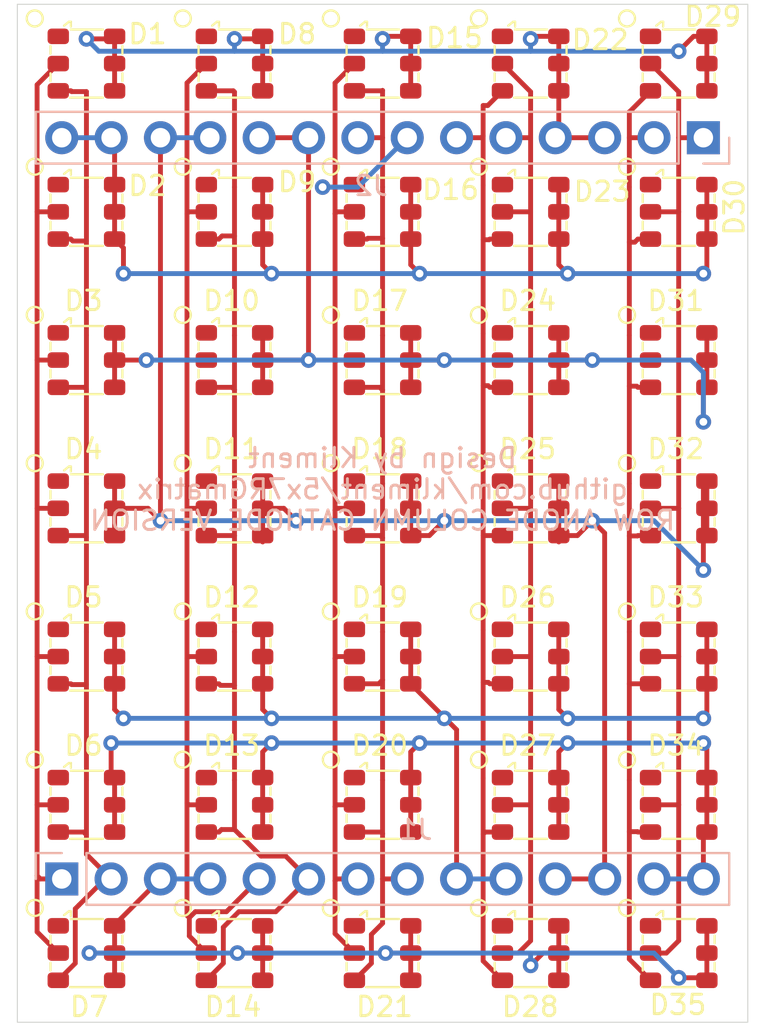
<source format=kicad_pcb>
(kicad_pcb (version 20171130) (host pcbnew 5.1.2-f72e74a~84~ubuntu18.04.1)

  (general
    (thickness 1.6)
    (drawings 40)
    (tracks 435)
    (zones 0)
    (modules 37)
    (nets 53)
  )

  (page A4)
  (layers
    (0 F.Cu signal)
    (31 B.Cu signal)
    (32 B.Adhes user)
    (33 F.Adhes user)
    (34 B.Paste user)
    (35 F.Paste user)
    (36 B.SilkS user)
    (37 F.SilkS user)
    (38 B.Mask user)
    (39 F.Mask user)
    (40 Dwgs.User user)
    (41 Cmts.User user)
    (42 Eco1.User user)
    (43 Eco2.User user)
    (44 Edge.Cuts user)
    (45 Margin user)
    (46 B.CrtYd user)
    (47 F.CrtYd user)
    (48 B.Fab user)
    (49 F.Fab user)
  )

  (setup
    (last_trace_width 0.25)
    (trace_clearance 0.2)
    (zone_clearance 0.508)
    (zone_45_only no)
    (trace_min 0.2)
    (via_size 0.8)
    (via_drill 0.4)
    (via_min_size 0.4)
    (via_min_drill 0.3)
    (uvia_size 0.3)
    (uvia_drill 0.1)
    (uvias_allowed no)
    (uvia_min_size 0.2)
    (uvia_min_drill 0.1)
    (edge_width 0.05)
    (segment_width 0.2)
    (pcb_text_width 0.3)
    (pcb_text_size 1.5 1.5)
    (mod_edge_width 0.12)
    (mod_text_size 1 1)
    (mod_text_width 0.15)
    (pad_size 1.524 1.524)
    (pad_drill 0.762)
    (pad_to_mask_clearance 0.051)
    (solder_mask_min_width 0.25)
    (aux_axis_origin 0 0)
    (visible_elements FFFFFF7F)
    (pcbplotparams
      (layerselection 0x010fc_ffffffff)
      (usegerberextensions false)
      (usegerberattributes false)
      (usegerberadvancedattributes false)
      (creategerberjobfile false)
      (excludeedgelayer true)
      (linewidth 0.100000)
      (plotframeref false)
      (viasonmask false)
      (mode 1)
      (useauxorigin false)
      (hpglpennumber 1)
      (hpglpenspeed 20)
      (hpglpendiameter 15.000000)
      (psnegative false)
      (psa4output false)
      (plotreference true)
      (plotvalue true)
      (plotinvisibletext false)
      (padsonsilk false)
      (subtractmaskfromsilk false)
      (outputformat 1)
      (mirror false)
      (drillshape 1)
      (scaleselection 1)
      (outputdirectory ""))
  )

  (net 0 "")
  (net 1 /1)
  (net 2 /2)
  (net 3 /17)
  (net 4 /27)
  (net 5 /23)
  (net 6 /11)
  (net 7 /10)
  (net 8 /13)
  (net 9 /3)
  (net 10 /5)
  (net 11 /6)
  (net 12 /21)
  (net 13 /22)
  (net 14 /19)
  (net 15 /20)
  (net 16 /15)
  (net 17 /16)
  (net 18 "Net-(D1-Pad1)")
  (net 19 "Net-(D2-Pad1)")
  (net 20 "Net-(D3-Pad1)")
  (net 21 "Net-(D4-Pad1)")
  (net 22 "Net-(D5-Pad1)")
  (net 23 "Net-(D6-Pad1)")
  (net 24 "Net-(D7-Pad1)")
  (net 25 "Net-(D8-Pad1)")
  (net 26 "Net-(D9-Pad1)")
  (net 27 "Net-(D10-Pad1)")
  (net 28 "Net-(D11-Pad1)")
  (net 29 "Net-(D12-Pad1)")
  (net 30 "Net-(D13-Pad1)")
  (net 31 "Net-(D14-Pad1)")
  (net 32 "Net-(D15-Pad1)")
  (net 33 "Net-(D16-Pad1)")
  (net 34 "Net-(D17-Pad1)")
  (net 35 "Net-(D18-Pad1)")
  (net 36 "Net-(D19-Pad1)")
  (net 37 "Net-(D20-Pad1)")
  (net 38 "Net-(D21-Pad1)")
  (net 39 "Net-(D22-Pad1)")
  (net 40 "Net-(D23-Pad1)")
  (net 41 "Net-(D24-Pad1)")
  (net 42 "Net-(D25-Pad1)")
  (net 43 "Net-(D26-Pad1)")
  (net 44 "Net-(D27-Pad1)")
  (net 45 "Net-(D28-Pad1)")
  (net 46 "Net-(D29-Pad1)")
  (net 47 "Net-(D30-Pad1)")
  (net 48 "Net-(D31-Pad1)")
  (net 49 "Net-(D32-Pad1)")
  (net 50 "Net-(D33-Pad1)")
  (net 51 "Net-(D34-Pad1)")
  (net 52 "Net-(D35-Pad1)")

  (net_class Default "This is the default net class."
    (clearance 0.2)
    (trace_width 0.25)
    (via_dia 0.8)
    (via_drill 0.4)
    (uvia_dia 0.3)
    (uvia_drill 0.1)
    (add_net /1)
    (add_net /10)
    (add_net /11)
    (add_net /13)
    (add_net /15)
    (add_net /16)
    (add_net /17)
    (add_net /19)
    (add_net /2)
    (add_net /20)
    (add_net /21)
    (add_net /22)
    (add_net /23)
    (add_net /27)
    (add_net /3)
    (add_net /5)
    (add_net /6)
    (add_net "Net-(D1-Pad1)")
    (add_net "Net-(D10-Pad1)")
    (add_net "Net-(D11-Pad1)")
    (add_net "Net-(D12-Pad1)")
    (add_net "Net-(D13-Pad1)")
    (add_net "Net-(D14-Pad1)")
    (add_net "Net-(D15-Pad1)")
    (add_net "Net-(D16-Pad1)")
    (add_net "Net-(D17-Pad1)")
    (add_net "Net-(D18-Pad1)")
    (add_net "Net-(D19-Pad1)")
    (add_net "Net-(D2-Pad1)")
    (add_net "Net-(D20-Pad1)")
    (add_net "Net-(D21-Pad1)")
    (add_net "Net-(D22-Pad1)")
    (add_net "Net-(D23-Pad1)")
    (add_net "Net-(D24-Pad1)")
    (add_net "Net-(D25-Pad1)")
    (add_net "Net-(D26-Pad1)")
    (add_net "Net-(D27-Pad1)")
    (add_net "Net-(D28-Pad1)")
    (add_net "Net-(D29-Pad1)")
    (add_net "Net-(D3-Pad1)")
    (add_net "Net-(D30-Pad1)")
    (add_net "Net-(D31-Pad1)")
    (add_net "Net-(D32-Pad1)")
    (add_net "Net-(D33-Pad1)")
    (add_net "Net-(D34-Pad1)")
    (add_net "Net-(D35-Pad1)")
    (add_net "Net-(D4-Pad1)")
    (add_net "Net-(D5-Pad1)")
    (add_net "Net-(D6-Pad1)")
    (add_net "Net-(D7-Pad1)")
    (add_net "Net-(D8-Pad1)")
    (add_net "Net-(D9-Pad1)")
  )

  (module corelib:FM-Z3535RGBA-SH (layer F.Cu) (tedit 5D29F498) (tstamp 5D29F999)
    (at 165.1 93.98 180)
    (path /5D9C5338)
    (fp_text reference D18 (at 0.15 3.05) (layer F.SilkS)
      (effects (font (size 1 1) (thickness 0.15)))
    )
    (fp_text value LED_CRGB (at 0 -2.8) (layer F.Fab)
      (effects (font (size 1 1) (thickness 0.15)))
    )
    (fp_line (start -1.85 0.5) (end -1.85 0.9) (layer F.SilkS) (width 0.12))
    (fp_line (start -1.85 -0.9) (end -1.85 -0.5) (layer F.SilkS) (width 0.12))
    (fp_line (start 1.85 -0.5) (end 1.85 -0.9) (layer F.SilkS) (width 0.12))
    (fp_line (start 1.85 0.5) (end 1.85 0.9) (layer F.SilkS) (width 0.12))
    (fp_line (start 0.8 2.15) (end 0.9 2.15) (layer F.SilkS) (width 0.12))
    (fp_line (start 0.8 1.9) (end 0.8 2.15) (layer F.SilkS) (width 0.12))
    (fp_line (start 0.9 2.15) (end 1.15 1.95) (layer F.SilkS) (width 0.12))
    (fp_line (start -0.85 1.75) (end 0.8 1.75) (layer F.SilkS) (width 0.12))
    (fp_line (start 0.85 -1.75) (end 0.75 -1.75) (layer F.SilkS) (width 0.12))
    (fp_line (start -0.85 -1.75) (end 0.75 -1.75) (layer F.SilkS) (width 0.12))
    (pad 6 smd roundrect (at -1.45 1.4 180) (size 1.1 0.8) (layers F.Cu F.Paste F.Mask) (roundrect_rratio 0.25)
      (net 6 /11))
    (pad 5 smd roundrect (at -1.45 0 180) (size 1.1 0.8) (layers F.Cu F.Paste F.Mask) (roundrect_rratio 0.25)
      (net 6 /11))
    (pad 4 smd roundrect (at -1.45 -1.4 180) (size 1.1 0.8) (layers F.Cu F.Paste F.Mask) (roundrect_rratio 0.25)
      (net 6 /11))
    (pad 3 smd roundrect (at 1.45 -1.4 180) (size 1.1 0.8) (layers F.Cu F.Paste F.Mask) (roundrect_rratio 0.25)
      (net 13 /22))
    (pad 2 smd roundrect (at 1.45 0 180) (size 1.1 0.8) (layers F.Cu F.Paste F.Mask) (roundrect_rratio 0.25)
      (net 12 /21))
    (pad 1 smd roundrect (at 1.45 1.4 180) (size 1.1 0.8) (layers F.Cu F.Paste F.Mask) (roundrect_rratio 0.25)
      (net 35 "Net-(D18-Pad1)"))
  )

  (module corelib:FM-Z3535RGBA-SH (layer F.Cu) (tedit 5D29F498) (tstamp 5D29F9AD)
    (at 165.1 101.6 180)
    (path /5D9F7864)
    (fp_text reference D19 (at 0.15 3.05) (layer F.SilkS)
      (effects (font (size 1 1) (thickness 0.15)))
    )
    (fp_text value LED_CRGB (at 0 -2.8) (layer F.Fab)
      (effects (font (size 1 1) (thickness 0.15)))
    )
    (fp_line (start -1.85 0.5) (end -1.85 0.9) (layer F.SilkS) (width 0.12))
    (fp_line (start -1.85 -0.9) (end -1.85 -0.5) (layer F.SilkS) (width 0.12))
    (fp_line (start 1.85 -0.5) (end 1.85 -0.9) (layer F.SilkS) (width 0.12))
    (fp_line (start 1.85 0.5) (end 1.85 0.9) (layer F.SilkS) (width 0.12))
    (fp_line (start 0.8 2.15) (end 0.9 2.15) (layer F.SilkS) (width 0.12))
    (fp_line (start 0.8 1.9) (end 0.8 2.15) (layer F.SilkS) (width 0.12))
    (fp_line (start 0.9 2.15) (end 1.15 1.95) (layer F.SilkS) (width 0.12))
    (fp_line (start -0.85 1.75) (end 0.8 1.75) (layer F.SilkS) (width 0.12))
    (fp_line (start 0.85 -1.75) (end 0.75 -1.75) (layer F.SilkS) (width 0.12))
    (fp_line (start -0.85 -1.75) (end 0.75 -1.75) (layer F.SilkS) (width 0.12))
    (pad 6 smd roundrect (at -1.45 1.4 180) (size 1.1 0.8) (layers F.Cu F.Paste F.Mask) (roundrect_rratio 0.25)
      (net 7 /10))
    (pad 5 smd roundrect (at -1.45 0 180) (size 1.1 0.8) (layers F.Cu F.Paste F.Mask) (roundrect_rratio 0.25)
      (net 7 /10))
    (pad 4 smd roundrect (at -1.45 -1.4 180) (size 1.1 0.8) (layers F.Cu F.Paste F.Mask) (roundrect_rratio 0.25)
      (net 7 /10))
    (pad 3 smd roundrect (at 1.45 -1.4 180) (size 1.1 0.8) (layers F.Cu F.Paste F.Mask) (roundrect_rratio 0.25)
      (net 13 /22))
    (pad 2 smd roundrect (at 1.45 0 180) (size 1.1 0.8) (layers F.Cu F.Paste F.Mask) (roundrect_rratio 0.25)
      (net 12 /21))
    (pad 1 smd roundrect (at 1.45 1.4 180) (size 1.1 0.8) (layers F.Cu F.Paste F.Mask) (roundrect_rratio 0.25)
      (net 36 "Net-(D19-Pad1)"))
  )

  (module corelib:FM-Z3535RGBA-SH (layer F.Cu) (tedit 5D29F498) (tstamp 5D29F859)
    (at 149.86 78.74 180)
    (path /5D9C025A)
    (fp_text reference D2 (at -3.14 1.34) (layer F.SilkS)
      (effects (font (size 1 1) (thickness 0.15)))
    )
    (fp_text value LED_CRGB (at 0 -2.8) (layer F.Fab)
      (effects (font (size 1 1) (thickness 0.15)))
    )
    (fp_line (start -1.85 0.5) (end -1.85 0.9) (layer F.SilkS) (width 0.12))
    (fp_line (start -1.85 -0.9) (end -1.85 -0.5) (layer F.SilkS) (width 0.12))
    (fp_line (start 1.85 -0.5) (end 1.85 -0.9) (layer F.SilkS) (width 0.12))
    (fp_line (start 1.85 0.5) (end 1.85 0.9) (layer F.SilkS) (width 0.12))
    (fp_line (start 0.8 2.15) (end 0.9 2.15) (layer F.SilkS) (width 0.12))
    (fp_line (start 0.8 1.9) (end 0.8 2.15) (layer F.SilkS) (width 0.12))
    (fp_line (start 0.9 2.15) (end 1.15 1.95) (layer F.SilkS) (width 0.12))
    (fp_line (start -0.85 1.75) (end 0.8 1.75) (layer F.SilkS) (width 0.12))
    (fp_line (start 0.85 -1.75) (end 0.75 -1.75) (layer F.SilkS) (width 0.12))
    (fp_line (start -0.85 -1.75) (end 0.75 -1.75) (layer F.SilkS) (width 0.12))
    (pad 6 smd roundrect (at -1.45 1.4 180) (size 1.1 0.8) (layers F.Cu F.Paste F.Mask) (roundrect_rratio 0.25)
      (net 4 /27))
    (pad 5 smd roundrect (at -1.45 0 180) (size 1.1 0.8) (layers F.Cu F.Paste F.Mask) (roundrect_rratio 0.25)
      (net 4 /27))
    (pad 4 smd roundrect (at -1.45 -1.4 180) (size 1.1 0.8) (layers F.Cu F.Paste F.Mask) (roundrect_rratio 0.25)
      (net 4 /27))
    (pad 3 smd roundrect (at 1.45 -1.4 180) (size 1.1 0.8) (layers F.Cu F.Paste F.Mask) (roundrect_rratio 0.25)
      (net 2 /2))
    (pad 2 smd roundrect (at 1.45 0 180) (size 1.1 0.8) (layers F.Cu F.Paste F.Mask) (roundrect_rratio 0.25)
      (net 1 /1))
    (pad 1 smd roundrect (at 1.45 1.4 180) (size 1.1 0.8) (layers F.Cu F.Paste F.Mask) (roundrect_rratio 0.25)
      (net 19 "Net-(D2-Pad1)"))
  )

  (module Connector_PinHeader_2.54mm:PinHeader_1x14_P2.54mm_Vertical (layer B.Cu) (tedit 59FED5CC) (tstamp 5D29FB31)
    (at 181.61 74.93 90)
    (descr "Through hole straight pin header, 1x14, 2.54mm pitch, single row")
    (tags "Through hole pin header THT 1x14 2.54mm single row")
    (path /5D685B9A)
    (fp_text reference J2 (at -2.47 -17.11 180) (layer B.SilkS)
      (effects (font (size 1 1) (thickness 0.15)) (justify mirror))
    )
    (fp_text value Conn_01x14_Male (at 0 -35.35 90) (layer B.Fab)
      (effects (font (size 1 1) (thickness 0.15)) (justify mirror))
    )
    (fp_text user %R (at 0 -16.51 180) (layer B.Fab)
      (effects (font (size 1 1) (thickness 0.15)) (justify mirror))
    )
    (fp_line (start 1.8 1.8) (end -1.8 1.8) (layer B.CrtYd) (width 0.05))
    (fp_line (start 1.8 -34.8) (end 1.8 1.8) (layer B.CrtYd) (width 0.05))
    (fp_line (start -1.8 -34.8) (end 1.8 -34.8) (layer B.CrtYd) (width 0.05))
    (fp_line (start -1.8 1.8) (end -1.8 -34.8) (layer B.CrtYd) (width 0.05))
    (fp_line (start -1.33 1.33) (end 0 1.33) (layer B.SilkS) (width 0.12))
    (fp_line (start -1.33 0) (end -1.33 1.33) (layer B.SilkS) (width 0.12))
    (fp_line (start -1.33 -1.27) (end 1.33 -1.27) (layer B.SilkS) (width 0.12))
    (fp_line (start 1.33 -1.27) (end 1.33 -34.35) (layer B.SilkS) (width 0.12))
    (fp_line (start -1.33 -1.27) (end -1.33 -34.35) (layer B.SilkS) (width 0.12))
    (fp_line (start -1.33 -34.35) (end 1.33 -34.35) (layer B.SilkS) (width 0.12))
    (fp_line (start -1.27 0.635) (end -0.635 1.27) (layer B.Fab) (width 0.1))
    (fp_line (start -1.27 -34.29) (end -1.27 0.635) (layer B.Fab) (width 0.1))
    (fp_line (start 1.27 -34.29) (end -1.27 -34.29) (layer B.Fab) (width 0.1))
    (fp_line (start 1.27 1.27) (end 1.27 -34.29) (layer B.Fab) (width 0.1))
    (fp_line (start -0.635 1.27) (end 1.27 1.27) (layer B.Fab) (width 0.1))
    (pad 14 thru_hole oval (at 0 -33.02 90) (size 1.7 1.7) (drill 1) (layers *.Cu *.Mask)
      (net 4 /27))
    (pad 13 thru_hole oval (at 0 -30.48 90) (size 1.7 1.7) (drill 1) (layers *.Cu *.Mask)
      (net 4 /27))
    (pad 12 thru_hole oval (at 0 -27.94 90) (size 1.7 1.7) (drill 1) (layers *.Cu *.Mask)
      (net 6 /11))
    (pad 11 thru_hole oval (at 0 -25.4 90) (size 1.7 1.7) (drill 1) (layers *.Cu *.Mask)
      (net 6 /11))
    (pad 10 thru_hole oval (at 0 -22.86 90) (size 1.7 1.7) (drill 1) (layers *.Cu *.Mask)
      (net 5 /23))
    (pad 9 thru_hole oval (at 0 -20.32 90) (size 1.7 1.7) (drill 1) (layers *.Cu *.Mask)
      (net 5 /23))
    (pad 8 thru_hole oval (at 0 -17.78 90) (size 1.7 1.7) (drill 1) (layers *.Cu *.Mask)
      (net 13 /22))
    (pad 7 thru_hole oval (at 0 -15.24 90) (size 1.7 1.7) (drill 1) (layers *.Cu *.Mask)
      (net 12 /21))
    (pad 6 thru_hole oval (at 0 -12.7 90) (size 1.7 1.7) (drill 1) (layers *.Cu *.Mask)
      (net 15 /20))
    (pad 5 thru_hole oval (at 0 -10.16 90) (size 1.7 1.7) (drill 1) (layers *.Cu *.Mask)
      (net 14 /19))
    (pad 4 thru_hole oval (at 0 -7.62 90) (size 1.7 1.7) (drill 1) (layers *.Cu *.Mask)
      (net 3 /17))
    (pad 3 thru_hole oval (at 0 -5.08 90) (size 1.7 1.7) (drill 1) (layers *.Cu *.Mask)
      (net 3 /17))
    (pad 2 thru_hole oval (at 0 -2.54 90) (size 1.7 1.7) (drill 1) (layers *.Cu *.Mask)
      (net 17 /16))
    (pad 1 thru_hole rect (at 0 0 90) (size 1.7 1.7) (drill 1) (layers *.Cu *.Mask)
      (net 16 /15))
    (model ${KISYS3DMOD}/Connector_PinHeader_2.54mm.3dshapes/PinHeader_1x14_P2.54mm_Vertical.wrl
      (at (xyz 0 0 0))
      (scale (xyz 1 1 1))
      (rotate (xyz 0 0 0))
    )
  )

  (module Connector_PinHeader_2.54mm:PinHeader_1x14_P2.54mm_Vertical (layer B.Cu) (tedit 59FED5CC) (tstamp 5D29FB0F)
    (at 148.59 113.03 270)
    (descr "Through hole straight pin header, 1x14, 2.54mm pitch, single row")
    (tags "Through hole pin header THT 1x14 2.54mm single row")
    (path /5D684786)
    (fp_text reference J1 (at -2.53 -18.21 180) (layer B.SilkS)
      (effects (font (size 1 1) (thickness 0.15)) (justify mirror))
    )
    (fp_text value Conn_01x14_Male (at 0 -35.35 90) (layer B.Fab)
      (effects (font (size 1 1) (thickness 0.15)) (justify mirror))
    )
    (fp_text user %R (at 0 -16.51 180) (layer B.Fab)
      (effects (font (size 1 1) (thickness 0.15)) (justify mirror))
    )
    (fp_line (start 1.8 1.8) (end -1.8 1.8) (layer B.CrtYd) (width 0.05))
    (fp_line (start 1.8 -34.8) (end 1.8 1.8) (layer B.CrtYd) (width 0.05))
    (fp_line (start -1.8 -34.8) (end 1.8 -34.8) (layer B.CrtYd) (width 0.05))
    (fp_line (start -1.8 1.8) (end -1.8 -34.8) (layer B.CrtYd) (width 0.05))
    (fp_line (start -1.33 1.33) (end 0 1.33) (layer B.SilkS) (width 0.12))
    (fp_line (start -1.33 0) (end -1.33 1.33) (layer B.SilkS) (width 0.12))
    (fp_line (start -1.33 -1.27) (end 1.33 -1.27) (layer B.SilkS) (width 0.12))
    (fp_line (start 1.33 -1.27) (end 1.33 -34.35) (layer B.SilkS) (width 0.12))
    (fp_line (start -1.33 -1.27) (end -1.33 -34.35) (layer B.SilkS) (width 0.12))
    (fp_line (start -1.33 -34.35) (end 1.33 -34.35) (layer B.SilkS) (width 0.12))
    (fp_line (start -1.27 0.635) (end -0.635 1.27) (layer B.Fab) (width 0.1))
    (fp_line (start -1.27 -34.29) (end -1.27 0.635) (layer B.Fab) (width 0.1))
    (fp_line (start 1.27 -34.29) (end -1.27 -34.29) (layer B.Fab) (width 0.1))
    (fp_line (start 1.27 1.27) (end 1.27 -34.29) (layer B.Fab) (width 0.1))
    (fp_line (start -0.635 1.27) (end 1.27 1.27) (layer B.Fab) (width 0.1))
    (pad 14 thru_hole oval (at 0 -33.02 270) (size 1.7 1.7) (drill 1) (layers *.Cu *.Mask)
      (net 8 /13))
    (pad 13 thru_hole oval (at 0 -30.48 270) (size 1.7 1.7) (drill 1) (layers *.Cu *.Mask)
      (net 8 /13))
    (pad 12 thru_hole oval (at 0 -27.94 270) (size 1.7 1.7) (drill 1) (layers *.Cu *.Mask)
      (net 6 /11))
    (pad 11 thru_hole oval (at 0 -25.4 270) (size 1.7 1.7) (drill 1) (layers *.Cu *.Mask)
      (net 6 /11))
    (pad 10 thru_hole oval (at 0 -22.86 270) (size 1.7 1.7) (drill 1) (layers *.Cu *.Mask)
      (net 7 /10))
    (pad 9 thru_hole oval (at 0 -20.32 270) (size 1.7 1.7) (drill 1) (layers *.Cu *.Mask)
      (net 7 /10))
    (pad 8 thru_hole oval (at 0 -17.78 270) (size 1.7 1.7) (drill 1) (layers *.Cu *.Mask)
      (net 13 /22))
    (pad 7 thru_hole oval (at 0 -15.24 270) (size 1.7 1.7) (drill 1) (layers *.Cu *.Mask)
      (net 12 /21))
    (pad 6 thru_hole oval (at 0 -12.7 270) (size 1.7 1.7) (drill 1) (layers *.Cu *.Mask)
      (net 11 /6))
    (pad 5 thru_hole oval (at 0 -10.16 270) (size 1.7 1.7) (drill 1) (layers *.Cu *.Mask)
      (net 10 /5))
    (pad 4 thru_hole oval (at 0 -7.62 270) (size 1.7 1.7) (drill 1) (layers *.Cu *.Mask)
      (net 9 /3))
    (pad 3 thru_hole oval (at 0 -5.08 270) (size 1.7 1.7) (drill 1) (layers *.Cu *.Mask)
      (net 9 /3))
    (pad 2 thru_hole oval (at 0 -2.54 270) (size 1.7 1.7) (drill 1) (layers *.Cu *.Mask)
      (net 2 /2))
    (pad 1 thru_hole rect (at 0 0 270) (size 1.7 1.7) (drill 1) (layers *.Cu *.Mask)
      (net 1 /1))
    (model ${KISYS3DMOD}/Connector_PinHeader_2.54mm.3dshapes/PinHeader_1x14_P2.54mm_Vertical.wrl
      (at (xyz 0 0 0))
      (scale (xyz 1 1 1))
      (rotate (xyz 0 0 0))
    )
  )

  (module corelib:FM-Z3535RGBA-SH (layer F.Cu) (tedit 5D29F498) (tstamp 5D29FAED)
    (at 180.34 116.84 180)
    (path /5D9FC1A3)
    (fp_text reference D35 (at 0.04 -2.66) (layer F.SilkS)
      (effects (font (size 1 1) (thickness 0.15)))
    )
    (fp_text value LED_CRGB (at 0 -2.8) (layer F.Fab)
      (effects (font (size 1 1) (thickness 0.15)))
    )
    (fp_line (start -1.85 0.5) (end -1.85 0.9) (layer F.SilkS) (width 0.12))
    (fp_line (start -1.85 -0.9) (end -1.85 -0.5) (layer F.SilkS) (width 0.12))
    (fp_line (start 1.85 -0.5) (end 1.85 -0.9) (layer F.SilkS) (width 0.12))
    (fp_line (start 1.85 0.5) (end 1.85 0.9) (layer F.SilkS) (width 0.12))
    (fp_line (start 0.8 2.15) (end 0.9 2.15) (layer F.SilkS) (width 0.12))
    (fp_line (start 0.8 1.9) (end 0.8 2.15) (layer F.SilkS) (width 0.12))
    (fp_line (start 0.9 2.15) (end 1.15 1.95) (layer F.SilkS) (width 0.12))
    (fp_line (start -0.85 1.75) (end 0.8 1.75) (layer F.SilkS) (width 0.12))
    (fp_line (start 0.85 -1.75) (end 0.75 -1.75) (layer F.SilkS) (width 0.12))
    (fp_line (start -0.85 -1.75) (end 0.75 -1.75) (layer F.SilkS) (width 0.12))
    (pad 6 smd roundrect (at -1.45 1.4 180) (size 1.1 0.8) (layers F.Cu F.Paste F.Mask) (roundrect_rratio 0.25)
      (net 9 /3))
    (pad 5 smd roundrect (at -1.45 0 180) (size 1.1 0.8) (layers F.Cu F.Paste F.Mask) (roundrect_rratio 0.25)
      (net 9 /3))
    (pad 4 smd roundrect (at -1.45 -1.4 180) (size 1.1 0.8) (layers F.Cu F.Paste F.Mask) (roundrect_rratio 0.25)
      (net 9 /3))
    (pad 3 smd roundrect (at 1.45 -1.4 180) (size 1.1 0.8) (layers F.Cu F.Paste F.Mask) (roundrect_rratio 0.25)
      (net 17 /16))
    (pad 2 smd roundrect (at 1.45 0 180) (size 1.1 0.8) (layers F.Cu F.Paste F.Mask) (roundrect_rratio 0.25)
      (net 16 /15))
    (pad 1 smd roundrect (at 1.45 1.4 180) (size 1.1 0.8) (layers F.Cu F.Paste F.Mask) (roundrect_rratio 0.25)
      (net 52 "Net-(D35-Pad1)"))
  )

  (module corelib:FM-Z3535RGBA-SH (layer F.Cu) (tedit 5D29F498) (tstamp 5D29FAD9)
    (at 180.34 109.22 180)
    (path /5D9F8883)
    (fp_text reference D34 (at 0.15 3.05) (layer F.SilkS)
      (effects (font (size 1 1) (thickness 0.15)))
    )
    (fp_text value LED_CRGB (at 0 -2.8) (layer F.Fab)
      (effects (font (size 1 1) (thickness 0.15)))
    )
    (fp_line (start -1.85 0.5) (end -1.85 0.9) (layer F.SilkS) (width 0.12))
    (fp_line (start -1.85 -0.9) (end -1.85 -0.5) (layer F.SilkS) (width 0.12))
    (fp_line (start 1.85 -0.5) (end 1.85 -0.9) (layer F.SilkS) (width 0.12))
    (fp_line (start 1.85 0.5) (end 1.85 0.9) (layer F.SilkS) (width 0.12))
    (fp_line (start 0.8 2.15) (end 0.9 2.15) (layer F.SilkS) (width 0.12))
    (fp_line (start 0.8 1.9) (end 0.8 2.15) (layer F.SilkS) (width 0.12))
    (fp_line (start 0.9 2.15) (end 1.15 1.95) (layer F.SilkS) (width 0.12))
    (fp_line (start -0.85 1.75) (end 0.8 1.75) (layer F.SilkS) (width 0.12))
    (fp_line (start 0.85 -1.75) (end 0.75 -1.75) (layer F.SilkS) (width 0.12))
    (fp_line (start -0.85 -1.75) (end 0.75 -1.75) (layer F.SilkS) (width 0.12))
    (pad 6 smd roundrect (at -1.45 1.4 180) (size 1.1 0.8) (layers F.Cu F.Paste F.Mask) (roundrect_rratio 0.25)
      (net 8 /13))
    (pad 5 smd roundrect (at -1.45 0 180) (size 1.1 0.8) (layers F.Cu F.Paste F.Mask) (roundrect_rratio 0.25)
      (net 8 /13))
    (pad 4 smd roundrect (at -1.45 -1.4 180) (size 1.1 0.8) (layers F.Cu F.Paste F.Mask) (roundrect_rratio 0.25)
      (net 8 /13))
    (pad 3 smd roundrect (at 1.45 -1.4 180) (size 1.1 0.8) (layers F.Cu F.Paste F.Mask) (roundrect_rratio 0.25)
      (net 17 /16))
    (pad 2 smd roundrect (at 1.45 0 180) (size 1.1 0.8) (layers F.Cu F.Paste F.Mask) (roundrect_rratio 0.25)
      (net 16 /15))
    (pad 1 smd roundrect (at 1.45 1.4 180) (size 1.1 0.8) (layers F.Cu F.Paste F.Mask) (roundrect_rratio 0.25)
      (net 51 "Net-(D34-Pad1)"))
  )

  (module corelib:FM-Z3535RGBA-SH (layer F.Cu) (tedit 5D29F498) (tstamp 5D29FAC5)
    (at 180.34 101.6 180)
    (path /5D9F8326)
    (fp_text reference D33 (at 0.15 3.05) (layer F.SilkS)
      (effects (font (size 1 1) (thickness 0.15)))
    )
    (fp_text value LED_CRGB (at 0 -2.8) (layer F.Fab)
      (effects (font (size 1 1) (thickness 0.15)))
    )
    (fp_line (start -1.85 0.5) (end -1.85 0.9) (layer F.SilkS) (width 0.12))
    (fp_line (start -1.85 -0.9) (end -1.85 -0.5) (layer F.SilkS) (width 0.12))
    (fp_line (start 1.85 -0.5) (end 1.85 -0.9) (layer F.SilkS) (width 0.12))
    (fp_line (start 1.85 0.5) (end 1.85 0.9) (layer F.SilkS) (width 0.12))
    (fp_line (start 0.8 2.15) (end 0.9 2.15) (layer F.SilkS) (width 0.12))
    (fp_line (start 0.8 1.9) (end 0.8 2.15) (layer F.SilkS) (width 0.12))
    (fp_line (start 0.9 2.15) (end 1.15 1.95) (layer F.SilkS) (width 0.12))
    (fp_line (start -0.85 1.75) (end 0.8 1.75) (layer F.SilkS) (width 0.12))
    (fp_line (start 0.85 -1.75) (end 0.75 -1.75) (layer F.SilkS) (width 0.12))
    (fp_line (start -0.85 -1.75) (end 0.75 -1.75) (layer F.SilkS) (width 0.12))
    (pad 6 smd roundrect (at -1.45 1.4 180) (size 1.1 0.8) (layers F.Cu F.Paste F.Mask) (roundrect_rratio 0.25)
      (net 7 /10))
    (pad 5 smd roundrect (at -1.45 0 180) (size 1.1 0.8) (layers F.Cu F.Paste F.Mask) (roundrect_rratio 0.25)
      (net 7 /10))
    (pad 4 smd roundrect (at -1.45 -1.4 180) (size 1.1 0.8) (layers F.Cu F.Paste F.Mask) (roundrect_rratio 0.25)
      (net 7 /10))
    (pad 3 smd roundrect (at 1.45 -1.4 180) (size 1.1 0.8) (layers F.Cu F.Paste F.Mask) (roundrect_rratio 0.25)
      (net 17 /16))
    (pad 2 smd roundrect (at 1.45 0 180) (size 1.1 0.8) (layers F.Cu F.Paste F.Mask) (roundrect_rratio 0.25)
      (net 16 /15))
    (pad 1 smd roundrect (at 1.45 1.4 180) (size 1.1 0.8) (layers F.Cu F.Paste F.Mask) (roundrect_rratio 0.25)
      (net 50 "Net-(D33-Pad1)"))
  )

  (module corelib:FM-Z3535RGBA-SH (layer F.Cu) (tedit 5D29F498) (tstamp 5D29FAB1)
    (at 180.34 93.98 180)
    (path /5D9C5FA3)
    (fp_text reference D32 (at 0.15 3.05) (layer F.SilkS)
      (effects (font (size 1 1) (thickness 0.15)))
    )
    (fp_text value LED_CRGB (at 0 -2.8) (layer F.Fab)
      (effects (font (size 1 1) (thickness 0.15)))
    )
    (fp_line (start -1.85 0.5) (end -1.85 0.9) (layer F.SilkS) (width 0.12))
    (fp_line (start -1.85 -0.9) (end -1.85 -0.5) (layer F.SilkS) (width 0.12))
    (fp_line (start 1.85 -0.5) (end 1.85 -0.9) (layer F.SilkS) (width 0.12))
    (fp_line (start 1.85 0.5) (end 1.85 0.9) (layer F.SilkS) (width 0.12))
    (fp_line (start 0.8 2.15) (end 0.9 2.15) (layer F.SilkS) (width 0.12))
    (fp_line (start 0.8 1.9) (end 0.8 2.15) (layer F.SilkS) (width 0.12))
    (fp_line (start 0.9 2.15) (end 1.15 1.95) (layer F.SilkS) (width 0.12))
    (fp_line (start -0.85 1.75) (end 0.8 1.75) (layer F.SilkS) (width 0.12))
    (fp_line (start 0.85 -1.75) (end 0.75 -1.75) (layer F.SilkS) (width 0.12))
    (fp_line (start -0.85 -1.75) (end 0.75 -1.75) (layer F.SilkS) (width 0.12))
    (pad 6 smd roundrect (at -1.45 1.4 180) (size 1.1 0.8) (layers F.Cu F.Paste F.Mask) (roundrect_rratio 0.25)
      (net 6 /11))
    (pad 5 smd roundrect (at -1.45 0 180) (size 1.1 0.8) (layers F.Cu F.Paste F.Mask) (roundrect_rratio 0.25)
      (net 6 /11))
    (pad 4 smd roundrect (at -1.45 -1.4 180) (size 1.1 0.8) (layers F.Cu F.Paste F.Mask) (roundrect_rratio 0.25)
      (net 6 /11))
    (pad 3 smd roundrect (at 1.45 -1.4 180) (size 1.1 0.8) (layers F.Cu F.Paste F.Mask) (roundrect_rratio 0.25)
      (net 17 /16))
    (pad 2 smd roundrect (at 1.45 0 180) (size 1.1 0.8) (layers F.Cu F.Paste F.Mask) (roundrect_rratio 0.25)
      (net 16 /15))
    (pad 1 smd roundrect (at 1.45 1.4 180) (size 1.1 0.8) (layers F.Cu F.Paste F.Mask) (roundrect_rratio 0.25)
      (net 49 "Net-(D32-Pad1)"))
  )

  (module corelib:FM-Z3535RGBA-SH (layer F.Cu) (tedit 5D29F498) (tstamp 5D29FA9D)
    (at 180.34 86.36 180)
    (path /5D9C4033)
    (fp_text reference D31 (at 0.15 3.05) (layer F.SilkS)
      (effects (font (size 1 1) (thickness 0.15)))
    )
    (fp_text value LED_CRGB (at 0 -2.8) (layer F.Fab)
      (effects (font (size 1 1) (thickness 0.15)))
    )
    (fp_line (start -1.85 0.5) (end -1.85 0.9) (layer F.SilkS) (width 0.12))
    (fp_line (start -1.85 -0.9) (end -1.85 -0.5) (layer F.SilkS) (width 0.12))
    (fp_line (start 1.85 -0.5) (end 1.85 -0.9) (layer F.SilkS) (width 0.12))
    (fp_line (start 1.85 0.5) (end 1.85 0.9) (layer F.SilkS) (width 0.12))
    (fp_line (start 0.8 2.15) (end 0.9 2.15) (layer F.SilkS) (width 0.12))
    (fp_line (start 0.8 1.9) (end 0.8 2.15) (layer F.SilkS) (width 0.12))
    (fp_line (start 0.9 2.15) (end 1.15 1.95) (layer F.SilkS) (width 0.12))
    (fp_line (start -0.85 1.75) (end 0.8 1.75) (layer F.SilkS) (width 0.12))
    (fp_line (start 0.85 -1.75) (end 0.75 -1.75) (layer F.SilkS) (width 0.12))
    (fp_line (start -0.85 -1.75) (end 0.75 -1.75) (layer F.SilkS) (width 0.12))
    (pad 6 smd roundrect (at -1.45 1.4 180) (size 1.1 0.8) (layers F.Cu F.Paste F.Mask) (roundrect_rratio 0.25)
      (net 5 /23))
    (pad 5 smd roundrect (at -1.45 0 180) (size 1.1 0.8) (layers F.Cu F.Paste F.Mask) (roundrect_rratio 0.25)
      (net 5 /23))
    (pad 4 smd roundrect (at -1.45 -1.4 180) (size 1.1 0.8) (layers F.Cu F.Paste F.Mask) (roundrect_rratio 0.25)
      (net 5 /23))
    (pad 3 smd roundrect (at 1.45 -1.4 180) (size 1.1 0.8) (layers F.Cu F.Paste F.Mask) (roundrect_rratio 0.25)
      (net 17 /16))
    (pad 2 smd roundrect (at 1.45 0 180) (size 1.1 0.8) (layers F.Cu F.Paste F.Mask) (roundrect_rratio 0.25)
      (net 16 /15))
    (pad 1 smd roundrect (at 1.45 1.4 180) (size 1.1 0.8) (layers F.Cu F.Paste F.Mask) (roundrect_rratio 0.25)
      (net 48 "Net-(D31-Pad1)"))
  )

  (module corelib:FM-Z3535RGBA-SH (layer F.Cu) (tedit 5D29F498) (tstamp 5D29FA89)
    (at 180.34 78.74 180)
    (path /5D9C1EDC)
    (fp_text reference D30 (at -2.86 0.24 90) (layer F.SilkS)
      (effects (font (size 1 1) (thickness 0.15)))
    )
    (fp_text value LED_CRGB (at 0 -2.8) (layer F.Fab)
      (effects (font (size 1 1) (thickness 0.15)))
    )
    (fp_line (start -1.85 0.5) (end -1.85 0.9) (layer F.SilkS) (width 0.12))
    (fp_line (start -1.85 -0.9) (end -1.85 -0.5) (layer F.SilkS) (width 0.12))
    (fp_line (start 1.85 -0.5) (end 1.85 -0.9) (layer F.SilkS) (width 0.12))
    (fp_line (start 1.85 0.5) (end 1.85 0.9) (layer F.SilkS) (width 0.12))
    (fp_line (start 0.8 2.15) (end 0.9 2.15) (layer F.SilkS) (width 0.12))
    (fp_line (start 0.8 1.9) (end 0.8 2.15) (layer F.SilkS) (width 0.12))
    (fp_line (start 0.9 2.15) (end 1.15 1.95) (layer F.SilkS) (width 0.12))
    (fp_line (start -0.85 1.75) (end 0.8 1.75) (layer F.SilkS) (width 0.12))
    (fp_line (start 0.85 -1.75) (end 0.75 -1.75) (layer F.SilkS) (width 0.12))
    (fp_line (start -0.85 -1.75) (end 0.75 -1.75) (layer F.SilkS) (width 0.12))
    (pad 6 smd roundrect (at -1.45 1.4 180) (size 1.1 0.8) (layers F.Cu F.Paste F.Mask) (roundrect_rratio 0.25)
      (net 4 /27))
    (pad 5 smd roundrect (at -1.45 0 180) (size 1.1 0.8) (layers F.Cu F.Paste F.Mask) (roundrect_rratio 0.25)
      (net 4 /27))
    (pad 4 smd roundrect (at -1.45 -1.4 180) (size 1.1 0.8) (layers F.Cu F.Paste F.Mask) (roundrect_rratio 0.25)
      (net 4 /27))
    (pad 3 smd roundrect (at 1.45 -1.4 180) (size 1.1 0.8) (layers F.Cu F.Paste F.Mask) (roundrect_rratio 0.25)
      (net 17 /16))
    (pad 2 smd roundrect (at 1.45 0 180) (size 1.1 0.8) (layers F.Cu F.Paste F.Mask) (roundrect_rratio 0.25)
      (net 16 /15))
    (pad 1 smd roundrect (at 1.45 1.4 180) (size 1.1 0.8) (layers F.Cu F.Paste F.Mask) (roundrect_rratio 0.25)
      (net 47 "Net-(D30-Pad1)"))
  )

  (module corelib:FM-Z3535RGBA-SH (layer F.Cu) (tedit 5D29F498) (tstamp 5D29FA75)
    (at 180.34 71.12 180)
    (path /5D9B2125)
    (fp_text reference D29 (at -1.76 2.42) (layer F.SilkS)
      (effects (font (size 1 1) (thickness 0.15)))
    )
    (fp_text value LED_CRGB (at 0 -2.8) (layer F.Fab)
      (effects (font (size 1 1) (thickness 0.15)))
    )
    (fp_line (start -1.85 0.5) (end -1.85 0.9) (layer F.SilkS) (width 0.12))
    (fp_line (start -1.85 -0.9) (end -1.85 -0.5) (layer F.SilkS) (width 0.12))
    (fp_line (start 1.85 -0.5) (end 1.85 -0.9) (layer F.SilkS) (width 0.12))
    (fp_line (start 1.85 0.5) (end 1.85 0.9) (layer F.SilkS) (width 0.12))
    (fp_line (start 0.8 2.15) (end 0.9 2.15) (layer F.SilkS) (width 0.12))
    (fp_line (start 0.8 1.9) (end 0.8 2.15) (layer F.SilkS) (width 0.12))
    (fp_line (start 0.9 2.15) (end 1.15 1.95) (layer F.SilkS) (width 0.12))
    (fp_line (start -0.85 1.75) (end 0.8 1.75) (layer F.SilkS) (width 0.12))
    (fp_line (start 0.85 -1.75) (end 0.75 -1.75) (layer F.SilkS) (width 0.12))
    (fp_line (start -0.85 -1.75) (end 0.75 -1.75) (layer F.SilkS) (width 0.12))
    (pad 6 smd roundrect (at -1.45 1.4 180) (size 1.1 0.8) (layers F.Cu F.Paste F.Mask) (roundrect_rratio 0.25)
      (net 3 /17))
    (pad 5 smd roundrect (at -1.45 0 180) (size 1.1 0.8) (layers F.Cu F.Paste F.Mask) (roundrect_rratio 0.25)
      (net 3 /17))
    (pad 4 smd roundrect (at -1.45 -1.4 180) (size 1.1 0.8) (layers F.Cu F.Paste F.Mask) (roundrect_rratio 0.25)
      (net 3 /17))
    (pad 3 smd roundrect (at 1.45 -1.4 180) (size 1.1 0.8) (layers F.Cu F.Paste F.Mask) (roundrect_rratio 0.25)
      (net 17 /16))
    (pad 2 smd roundrect (at 1.45 0 180) (size 1.1 0.8) (layers F.Cu F.Paste F.Mask) (roundrect_rratio 0.25)
      (net 16 /15))
    (pad 1 smd roundrect (at 1.45 1.4 180) (size 1.1 0.8) (layers F.Cu F.Paste F.Mask) (roundrect_rratio 0.25)
      (net 46 "Net-(D29-Pad1)"))
  )

  (module corelib:FM-Z3535RGBA-SH (layer F.Cu) (tedit 5D29F498) (tstamp 5D29FA61)
    (at 172.72 116.84 180)
    (path /5D9FBCEC)
    (fp_text reference D28 (at 0.02 -2.76) (layer F.SilkS)
      (effects (font (size 1 1) (thickness 0.15)))
    )
    (fp_text value LED_CRGB (at 0 -2.8) (layer F.Fab)
      (effects (font (size 1 1) (thickness 0.15)))
    )
    (fp_line (start -1.85 0.5) (end -1.85 0.9) (layer F.SilkS) (width 0.12))
    (fp_line (start -1.85 -0.9) (end -1.85 -0.5) (layer F.SilkS) (width 0.12))
    (fp_line (start 1.85 -0.5) (end 1.85 -0.9) (layer F.SilkS) (width 0.12))
    (fp_line (start 1.85 0.5) (end 1.85 0.9) (layer F.SilkS) (width 0.12))
    (fp_line (start 0.8 2.15) (end 0.9 2.15) (layer F.SilkS) (width 0.12))
    (fp_line (start 0.8 1.9) (end 0.8 2.15) (layer F.SilkS) (width 0.12))
    (fp_line (start 0.9 2.15) (end 1.15 1.95) (layer F.SilkS) (width 0.12))
    (fp_line (start -0.85 1.75) (end 0.8 1.75) (layer F.SilkS) (width 0.12))
    (fp_line (start 0.85 -1.75) (end 0.75 -1.75) (layer F.SilkS) (width 0.12))
    (fp_line (start -0.85 -1.75) (end 0.75 -1.75) (layer F.SilkS) (width 0.12))
    (pad 6 smd roundrect (at -1.45 1.4 180) (size 1.1 0.8) (layers F.Cu F.Paste F.Mask) (roundrect_rratio 0.25)
      (net 9 /3))
    (pad 5 smd roundrect (at -1.45 0 180) (size 1.1 0.8) (layers F.Cu F.Paste F.Mask) (roundrect_rratio 0.25)
      (net 9 /3))
    (pad 4 smd roundrect (at -1.45 -1.4 180) (size 1.1 0.8) (layers F.Cu F.Paste F.Mask) (roundrect_rratio 0.25)
      (net 9 /3))
    (pad 3 smd roundrect (at 1.45 -1.4 180) (size 1.1 0.8) (layers F.Cu F.Paste F.Mask) (roundrect_rratio 0.25)
      (net 15 /20))
    (pad 2 smd roundrect (at 1.45 0 180) (size 1.1 0.8) (layers F.Cu F.Paste F.Mask) (roundrect_rratio 0.25)
      (net 14 /19))
    (pad 1 smd roundrect (at 1.45 1.4 180) (size 1.1 0.8) (layers F.Cu F.Paste F.Mask) (roundrect_rratio 0.25)
      (net 45 "Net-(D28-Pad1)"))
  )

  (module corelib:FM-Z3535RGBA-SH (layer F.Cu) (tedit 5D29F498) (tstamp 5D29FA4D)
    (at 172.72 109.22 180)
    (path /5D9F8D90)
    (fp_text reference D27 (at 0.15 3.05) (layer F.SilkS)
      (effects (font (size 1 1) (thickness 0.15)))
    )
    (fp_text value LED_CRGB (at 0 -2.8) (layer F.Fab)
      (effects (font (size 1 1) (thickness 0.15)))
    )
    (fp_line (start -1.85 0.5) (end -1.85 0.9) (layer F.SilkS) (width 0.12))
    (fp_line (start -1.85 -0.9) (end -1.85 -0.5) (layer F.SilkS) (width 0.12))
    (fp_line (start 1.85 -0.5) (end 1.85 -0.9) (layer F.SilkS) (width 0.12))
    (fp_line (start 1.85 0.5) (end 1.85 0.9) (layer F.SilkS) (width 0.12))
    (fp_line (start 0.8 2.15) (end 0.9 2.15) (layer F.SilkS) (width 0.12))
    (fp_line (start 0.8 1.9) (end 0.8 2.15) (layer F.SilkS) (width 0.12))
    (fp_line (start 0.9 2.15) (end 1.15 1.95) (layer F.SilkS) (width 0.12))
    (fp_line (start -0.85 1.75) (end 0.8 1.75) (layer F.SilkS) (width 0.12))
    (fp_line (start 0.85 -1.75) (end 0.75 -1.75) (layer F.SilkS) (width 0.12))
    (fp_line (start -0.85 -1.75) (end 0.75 -1.75) (layer F.SilkS) (width 0.12))
    (pad 6 smd roundrect (at -1.45 1.4 180) (size 1.1 0.8) (layers F.Cu F.Paste F.Mask) (roundrect_rratio 0.25)
      (net 8 /13))
    (pad 5 smd roundrect (at -1.45 0 180) (size 1.1 0.8) (layers F.Cu F.Paste F.Mask) (roundrect_rratio 0.25)
      (net 8 /13))
    (pad 4 smd roundrect (at -1.45 -1.4 180) (size 1.1 0.8) (layers F.Cu F.Paste F.Mask) (roundrect_rratio 0.25)
      (net 8 /13))
    (pad 3 smd roundrect (at 1.45 -1.4 180) (size 1.1 0.8) (layers F.Cu F.Paste F.Mask) (roundrect_rratio 0.25)
      (net 15 /20))
    (pad 2 smd roundrect (at 1.45 0 180) (size 1.1 0.8) (layers F.Cu F.Paste F.Mask) (roundrect_rratio 0.25)
      (net 14 /19))
    (pad 1 smd roundrect (at 1.45 1.4 180) (size 1.1 0.8) (layers F.Cu F.Paste F.Mask) (roundrect_rratio 0.25)
      (net 44 "Net-(D27-Pad1)"))
  )

  (module corelib:FM-Z3535RGBA-SH (layer F.Cu) (tedit 5D29F498) (tstamp 5D29FA39)
    (at 172.72 101.6 180)
    (path /5D9F7E1A)
    (fp_text reference D26 (at 0.15 3.05) (layer F.SilkS)
      (effects (font (size 1 1) (thickness 0.15)))
    )
    (fp_text value LED_CRGB (at 0 -2.8) (layer F.Fab)
      (effects (font (size 1 1) (thickness 0.15)))
    )
    (fp_line (start -1.85 0.5) (end -1.85 0.9) (layer F.SilkS) (width 0.12))
    (fp_line (start -1.85 -0.9) (end -1.85 -0.5) (layer F.SilkS) (width 0.12))
    (fp_line (start 1.85 -0.5) (end 1.85 -0.9) (layer F.SilkS) (width 0.12))
    (fp_line (start 1.85 0.5) (end 1.85 0.9) (layer F.SilkS) (width 0.12))
    (fp_line (start 0.8 2.15) (end 0.9 2.15) (layer F.SilkS) (width 0.12))
    (fp_line (start 0.8 1.9) (end 0.8 2.15) (layer F.SilkS) (width 0.12))
    (fp_line (start 0.9 2.15) (end 1.15 1.95) (layer F.SilkS) (width 0.12))
    (fp_line (start -0.85 1.75) (end 0.8 1.75) (layer F.SilkS) (width 0.12))
    (fp_line (start 0.85 -1.75) (end 0.75 -1.75) (layer F.SilkS) (width 0.12))
    (fp_line (start -0.85 -1.75) (end 0.75 -1.75) (layer F.SilkS) (width 0.12))
    (pad 6 smd roundrect (at -1.45 1.4 180) (size 1.1 0.8) (layers F.Cu F.Paste F.Mask) (roundrect_rratio 0.25)
      (net 7 /10))
    (pad 5 smd roundrect (at -1.45 0 180) (size 1.1 0.8) (layers F.Cu F.Paste F.Mask) (roundrect_rratio 0.25)
      (net 7 /10))
    (pad 4 smd roundrect (at -1.45 -1.4 180) (size 1.1 0.8) (layers F.Cu F.Paste F.Mask) (roundrect_rratio 0.25)
      (net 7 /10))
    (pad 3 smd roundrect (at 1.45 -1.4 180) (size 1.1 0.8) (layers F.Cu F.Paste F.Mask) (roundrect_rratio 0.25)
      (net 15 /20))
    (pad 2 smd roundrect (at 1.45 0 180) (size 1.1 0.8) (layers F.Cu F.Paste F.Mask) (roundrect_rratio 0.25)
      (net 14 /19))
    (pad 1 smd roundrect (at 1.45 1.4 180) (size 1.1 0.8) (layers F.Cu F.Paste F.Mask) (roundrect_rratio 0.25)
      (net 43 "Net-(D26-Pad1)"))
  )

  (module corelib:FM-Z3535RGBA-SH (layer F.Cu) (tedit 5D29F498) (tstamp 5D29FA25)
    (at 172.72 93.98 180)
    (path /5D9C5A42)
    (fp_text reference D25 (at 0.15 3.05) (layer F.SilkS)
      (effects (font (size 1 1) (thickness 0.15)))
    )
    (fp_text value LED_CRGB (at 0 -2.8) (layer F.Fab)
      (effects (font (size 1 1) (thickness 0.15)))
    )
    (fp_line (start -1.85 0.5) (end -1.85 0.9) (layer F.SilkS) (width 0.12))
    (fp_line (start -1.85 -0.9) (end -1.85 -0.5) (layer F.SilkS) (width 0.12))
    (fp_line (start 1.85 -0.5) (end 1.85 -0.9) (layer F.SilkS) (width 0.12))
    (fp_line (start 1.85 0.5) (end 1.85 0.9) (layer F.SilkS) (width 0.12))
    (fp_line (start 0.8 2.15) (end 0.9 2.15) (layer F.SilkS) (width 0.12))
    (fp_line (start 0.8 1.9) (end 0.8 2.15) (layer F.SilkS) (width 0.12))
    (fp_line (start 0.9 2.15) (end 1.15 1.95) (layer F.SilkS) (width 0.12))
    (fp_line (start -0.85 1.75) (end 0.8 1.75) (layer F.SilkS) (width 0.12))
    (fp_line (start 0.85 -1.75) (end 0.75 -1.75) (layer F.SilkS) (width 0.12))
    (fp_line (start -0.85 -1.75) (end 0.75 -1.75) (layer F.SilkS) (width 0.12))
    (pad 6 smd roundrect (at -1.45 1.4 180) (size 1.1 0.8) (layers F.Cu F.Paste F.Mask) (roundrect_rratio 0.25)
      (net 6 /11))
    (pad 5 smd roundrect (at -1.45 0 180) (size 1.1 0.8) (layers F.Cu F.Paste F.Mask) (roundrect_rratio 0.25)
      (net 6 /11))
    (pad 4 smd roundrect (at -1.45 -1.4 180) (size 1.1 0.8) (layers F.Cu F.Paste F.Mask) (roundrect_rratio 0.25)
      (net 6 /11))
    (pad 3 smd roundrect (at 1.45 -1.4 180) (size 1.1 0.8) (layers F.Cu F.Paste F.Mask) (roundrect_rratio 0.25)
      (net 15 /20))
    (pad 2 smd roundrect (at 1.45 0 180) (size 1.1 0.8) (layers F.Cu F.Paste F.Mask) (roundrect_rratio 0.25)
      (net 14 /19))
    (pad 1 smd roundrect (at 1.45 1.4 180) (size 1.1 0.8) (layers F.Cu F.Paste F.Mask) (roundrect_rratio 0.25)
      (net 42 "Net-(D25-Pad1)"))
  )

  (module corelib:FM-Z3535RGBA-SH (layer F.Cu) (tedit 5D29F498) (tstamp 5D29FA11)
    (at 172.72 86.36 180)
    (path /5D9C391F)
    (fp_text reference D24 (at 0.15 3.05) (layer F.SilkS)
      (effects (font (size 1 1) (thickness 0.15)))
    )
    (fp_text value LED_CRGB (at 0 -2.8) (layer F.Fab)
      (effects (font (size 1 1) (thickness 0.15)))
    )
    (fp_line (start -1.85 0.5) (end -1.85 0.9) (layer F.SilkS) (width 0.12))
    (fp_line (start -1.85 -0.9) (end -1.85 -0.5) (layer F.SilkS) (width 0.12))
    (fp_line (start 1.85 -0.5) (end 1.85 -0.9) (layer F.SilkS) (width 0.12))
    (fp_line (start 1.85 0.5) (end 1.85 0.9) (layer F.SilkS) (width 0.12))
    (fp_line (start 0.8 2.15) (end 0.9 2.15) (layer F.SilkS) (width 0.12))
    (fp_line (start 0.8 1.9) (end 0.8 2.15) (layer F.SilkS) (width 0.12))
    (fp_line (start 0.9 2.15) (end 1.15 1.95) (layer F.SilkS) (width 0.12))
    (fp_line (start -0.85 1.75) (end 0.8 1.75) (layer F.SilkS) (width 0.12))
    (fp_line (start 0.85 -1.75) (end 0.75 -1.75) (layer F.SilkS) (width 0.12))
    (fp_line (start -0.85 -1.75) (end 0.75 -1.75) (layer F.SilkS) (width 0.12))
    (pad 6 smd roundrect (at -1.45 1.4 180) (size 1.1 0.8) (layers F.Cu F.Paste F.Mask) (roundrect_rratio 0.25)
      (net 5 /23))
    (pad 5 smd roundrect (at -1.45 0 180) (size 1.1 0.8) (layers F.Cu F.Paste F.Mask) (roundrect_rratio 0.25)
      (net 5 /23))
    (pad 4 smd roundrect (at -1.45 -1.4 180) (size 1.1 0.8) (layers F.Cu F.Paste F.Mask) (roundrect_rratio 0.25)
      (net 5 /23))
    (pad 3 smd roundrect (at 1.45 -1.4 180) (size 1.1 0.8) (layers F.Cu F.Paste F.Mask) (roundrect_rratio 0.25)
      (net 15 /20))
    (pad 2 smd roundrect (at 1.45 0 180) (size 1.1 0.8) (layers F.Cu F.Paste F.Mask) (roundrect_rratio 0.25)
      (net 14 /19))
    (pad 1 smd roundrect (at 1.45 1.4 180) (size 1.1 0.8) (layers F.Cu F.Paste F.Mask) (roundrect_rratio 0.25)
      (net 41 "Net-(D24-Pad1)"))
  )

  (module corelib:FM-Z3535RGBA-SH (layer F.Cu) (tedit 5D29F498) (tstamp 5D29F9FD)
    (at 172.72 78.74 180)
    (path /5D9C15CF)
    (fp_text reference D23 (at -3.68 1.04) (layer F.SilkS)
      (effects (font (size 1 1) (thickness 0.15)))
    )
    (fp_text value LED_CRGB (at 0 -2.8) (layer F.Fab)
      (effects (font (size 1 1) (thickness 0.15)))
    )
    (fp_line (start -1.85 0.5) (end -1.85 0.9) (layer F.SilkS) (width 0.12))
    (fp_line (start -1.85 -0.9) (end -1.85 -0.5) (layer F.SilkS) (width 0.12))
    (fp_line (start 1.85 -0.5) (end 1.85 -0.9) (layer F.SilkS) (width 0.12))
    (fp_line (start 1.85 0.5) (end 1.85 0.9) (layer F.SilkS) (width 0.12))
    (fp_line (start 0.8 2.15) (end 0.9 2.15) (layer F.SilkS) (width 0.12))
    (fp_line (start 0.8 1.9) (end 0.8 2.15) (layer F.SilkS) (width 0.12))
    (fp_line (start 0.9 2.15) (end 1.15 1.95) (layer F.SilkS) (width 0.12))
    (fp_line (start -0.85 1.75) (end 0.8 1.75) (layer F.SilkS) (width 0.12))
    (fp_line (start 0.85 -1.75) (end 0.75 -1.75) (layer F.SilkS) (width 0.12))
    (fp_line (start -0.85 -1.75) (end 0.75 -1.75) (layer F.SilkS) (width 0.12))
    (pad 6 smd roundrect (at -1.45 1.4 180) (size 1.1 0.8) (layers F.Cu F.Paste F.Mask) (roundrect_rratio 0.25)
      (net 4 /27))
    (pad 5 smd roundrect (at -1.45 0 180) (size 1.1 0.8) (layers F.Cu F.Paste F.Mask) (roundrect_rratio 0.25)
      (net 4 /27))
    (pad 4 smd roundrect (at -1.45 -1.4 180) (size 1.1 0.8) (layers F.Cu F.Paste F.Mask) (roundrect_rratio 0.25)
      (net 4 /27))
    (pad 3 smd roundrect (at 1.45 -1.4 180) (size 1.1 0.8) (layers F.Cu F.Paste F.Mask) (roundrect_rratio 0.25)
      (net 15 /20))
    (pad 2 smd roundrect (at 1.45 0 180) (size 1.1 0.8) (layers F.Cu F.Paste F.Mask) (roundrect_rratio 0.25)
      (net 14 /19))
    (pad 1 smd roundrect (at 1.45 1.4 180) (size 1.1 0.8) (layers F.Cu F.Paste F.Mask) (roundrect_rratio 0.25)
      (net 40 "Net-(D23-Pad1)"))
  )

  (module corelib:FM-Z3535RGBA-SH (layer F.Cu) (tedit 5D29F498) (tstamp 5D29F9E9)
    (at 172.72 71.12 180)
    (path /5D9B1B15)
    (fp_text reference D22 (at -3.58 1.22) (layer F.SilkS)
      (effects (font (size 1 1) (thickness 0.15)))
    )
    (fp_text value LED_CRGB (at 0 -2.8) (layer F.Fab)
      (effects (font (size 1 1) (thickness 0.15)))
    )
    (fp_line (start -1.85 0.5) (end -1.85 0.9) (layer F.SilkS) (width 0.12))
    (fp_line (start -1.85 -0.9) (end -1.85 -0.5) (layer F.SilkS) (width 0.12))
    (fp_line (start 1.85 -0.5) (end 1.85 -0.9) (layer F.SilkS) (width 0.12))
    (fp_line (start 1.85 0.5) (end 1.85 0.9) (layer F.SilkS) (width 0.12))
    (fp_line (start 0.8 2.15) (end 0.9 2.15) (layer F.SilkS) (width 0.12))
    (fp_line (start 0.8 1.9) (end 0.8 2.15) (layer F.SilkS) (width 0.12))
    (fp_line (start 0.9 2.15) (end 1.15 1.95) (layer F.SilkS) (width 0.12))
    (fp_line (start -0.85 1.75) (end 0.8 1.75) (layer F.SilkS) (width 0.12))
    (fp_line (start 0.85 -1.75) (end 0.75 -1.75) (layer F.SilkS) (width 0.12))
    (fp_line (start -0.85 -1.75) (end 0.75 -1.75) (layer F.SilkS) (width 0.12))
    (pad 6 smd roundrect (at -1.45 1.4 180) (size 1.1 0.8) (layers F.Cu F.Paste F.Mask) (roundrect_rratio 0.25)
      (net 3 /17))
    (pad 5 smd roundrect (at -1.45 0 180) (size 1.1 0.8) (layers F.Cu F.Paste F.Mask) (roundrect_rratio 0.25)
      (net 3 /17))
    (pad 4 smd roundrect (at -1.45 -1.4 180) (size 1.1 0.8) (layers F.Cu F.Paste F.Mask) (roundrect_rratio 0.25)
      (net 3 /17))
    (pad 3 smd roundrect (at 1.45 -1.4 180) (size 1.1 0.8) (layers F.Cu F.Paste F.Mask) (roundrect_rratio 0.25)
      (net 15 /20))
    (pad 2 smd roundrect (at 1.45 0 180) (size 1.1 0.8) (layers F.Cu F.Paste F.Mask) (roundrect_rratio 0.25)
      (net 14 /19))
    (pad 1 smd roundrect (at 1.45 1.4 180) (size 1.1 0.8) (layers F.Cu F.Paste F.Mask) (roundrect_rratio 0.25)
      (net 39 "Net-(D22-Pad1)"))
  )

  (module corelib:FM-Z3535RGBA-SH (layer F.Cu) (tedit 5D29F498) (tstamp 5D29F9D5)
    (at 165.1 116.84 180)
    (path /5D9FB88A)
    (fp_text reference D21 (at -0.1 -2.76) (layer F.SilkS)
      (effects (font (size 1 1) (thickness 0.15)))
    )
    (fp_text value LED_CRGB (at 0 -2.8) (layer F.Fab)
      (effects (font (size 1 1) (thickness 0.15)))
    )
    (fp_line (start -1.85 0.5) (end -1.85 0.9) (layer F.SilkS) (width 0.12))
    (fp_line (start -1.85 -0.9) (end -1.85 -0.5) (layer F.SilkS) (width 0.12))
    (fp_line (start 1.85 -0.5) (end 1.85 -0.9) (layer F.SilkS) (width 0.12))
    (fp_line (start 1.85 0.5) (end 1.85 0.9) (layer F.SilkS) (width 0.12))
    (fp_line (start 0.8 2.15) (end 0.9 2.15) (layer F.SilkS) (width 0.12))
    (fp_line (start 0.8 1.9) (end 0.8 2.15) (layer F.SilkS) (width 0.12))
    (fp_line (start 0.9 2.15) (end 1.15 1.95) (layer F.SilkS) (width 0.12))
    (fp_line (start -0.85 1.75) (end 0.8 1.75) (layer F.SilkS) (width 0.12))
    (fp_line (start 0.85 -1.75) (end 0.75 -1.75) (layer F.SilkS) (width 0.12))
    (fp_line (start -0.85 -1.75) (end 0.75 -1.75) (layer F.SilkS) (width 0.12))
    (pad 6 smd roundrect (at -1.45 1.4 180) (size 1.1 0.8) (layers F.Cu F.Paste F.Mask) (roundrect_rratio 0.25)
      (net 9 /3))
    (pad 5 smd roundrect (at -1.45 0 180) (size 1.1 0.8) (layers F.Cu F.Paste F.Mask) (roundrect_rratio 0.25)
      (net 9 /3))
    (pad 4 smd roundrect (at -1.45 -1.4 180) (size 1.1 0.8) (layers F.Cu F.Paste F.Mask) (roundrect_rratio 0.25)
      (net 9 /3))
    (pad 3 smd roundrect (at 1.45 -1.4 180) (size 1.1 0.8) (layers F.Cu F.Paste F.Mask) (roundrect_rratio 0.25)
      (net 13 /22))
    (pad 2 smd roundrect (at 1.45 0 180) (size 1.1 0.8) (layers F.Cu F.Paste F.Mask) (roundrect_rratio 0.25)
      (net 12 /21))
    (pad 1 smd roundrect (at 1.45 1.4 180) (size 1.1 0.8) (layers F.Cu F.Paste F.Mask) (roundrect_rratio 0.25)
      (net 38 "Net-(D21-Pad1)"))
  )

  (module corelib:FM-Z3535RGBA-SH (layer F.Cu) (tedit 5D29F498) (tstamp 5D29F9C1)
    (at 165.1 109.22 180)
    (path /5D9F949F)
    (fp_text reference D20 (at 0.15 3.05) (layer F.SilkS)
      (effects (font (size 1 1) (thickness 0.15)))
    )
    (fp_text value LED_CRGB (at 0 -2.8) (layer F.Fab)
      (effects (font (size 1 1) (thickness 0.15)))
    )
    (fp_line (start -1.85 0.5) (end -1.85 0.9) (layer F.SilkS) (width 0.12))
    (fp_line (start -1.85 -0.9) (end -1.85 -0.5) (layer F.SilkS) (width 0.12))
    (fp_line (start 1.85 -0.5) (end 1.85 -0.9) (layer F.SilkS) (width 0.12))
    (fp_line (start 1.85 0.5) (end 1.85 0.9) (layer F.SilkS) (width 0.12))
    (fp_line (start 0.8 2.15) (end 0.9 2.15) (layer F.SilkS) (width 0.12))
    (fp_line (start 0.8 1.9) (end 0.8 2.15) (layer F.SilkS) (width 0.12))
    (fp_line (start 0.9 2.15) (end 1.15 1.95) (layer F.SilkS) (width 0.12))
    (fp_line (start -0.85 1.75) (end 0.8 1.75) (layer F.SilkS) (width 0.12))
    (fp_line (start 0.85 -1.75) (end 0.75 -1.75) (layer F.SilkS) (width 0.12))
    (fp_line (start -0.85 -1.75) (end 0.75 -1.75) (layer F.SilkS) (width 0.12))
    (pad 6 smd roundrect (at -1.45 1.4 180) (size 1.1 0.8) (layers F.Cu F.Paste F.Mask) (roundrect_rratio 0.25)
      (net 8 /13))
    (pad 5 smd roundrect (at -1.45 0 180) (size 1.1 0.8) (layers F.Cu F.Paste F.Mask) (roundrect_rratio 0.25)
      (net 8 /13))
    (pad 4 smd roundrect (at -1.45 -1.4 180) (size 1.1 0.8) (layers F.Cu F.Paste F.Mask) (roundrect_rratio 0.25)
      (net 8 /13))
    (pad 3 smd roundrect (at 1.45 -1.4 180) (size 1.1 0.8) (layers F.Cu F.Paste F.Mask) (roundrect_rratio 0.25)
      (net 13 /22))
    (pad 2 smd roundrect (at 1.45 0 180) (size 1.1 0.8) (layers F.Cu F.Paste F.Mask) (roundrect_rratio 0.25)
      (net 12 /21))
    (pad 1 smd roundrect (at 1.45 1.4 180) (size 1.1 0.8) (layers F.Cu F.Paste F.Mask) (roundrect_rratio 0.25)
      (net 37 "Net-(D20-Pad1)"))
  )

  (module corelib:FM-Z3535RGBA-SH (layer F.Cu) (tedit 5D29F498) (tstamp 5D29F985)
    (at 165.1 86.36 180)
    (path /5D9C3265)
    (fp_text reference D17 (at 0.15 3.05) (layer F.SilkS)
      (effects (font (size 1 1) (thickness 0.15)))
    )
    (fp_text value LED_CRGB (at 0 -2.8) (layer F.Fab)
      (effects (font (size 1 1) (thickness 0.15)))
    )
    (fp_line (start -1.85 0.5) (end -1.85 0.9) (layer F.SilkS) (width 0.12))
    (fp_line (start -1.85 -0.9) (end -1.85 -0.5) (layer F.SilkS) (width 0.12))
    (fp_line (start 1.85 -0.5) (end 1.85 -0.9) (layer F.SilkS) (width 0.12))
    (fp_line (start 1.85 0.5) (end 1.85 0.9) (layer F.SilkS) (width 0.12))
    (fp_line (start 0.8 2.15) (end 0.9 2.15) (layer F.SilkS) (width 0.12))
    (fp_line (start 0.8 1.9) (end 0.8 2.15) (layer F.SilkS) (width 0.12))
    (fp_line (start 0.9 2.15) (end 1.15 1.95) (layer F.SilkS) (width 0.12))
    (fp_line (start -0.85 1.75) (end 0.8 1.75) (layer F.SilkS) (width 0.12))
    (fp_line (start 0.85 -1.75) (end 0.75 -1.75) (layer F.SilkS) (width 0.12))
    (fp_line (start -0.85 -1.75) (end 0.75 -1.75) (layer F.SilkS) (width 0.12))
    (pad 6 smd roundrect (at -1.45 1.4 180) (size 1.1 0.8) (layers F.Cu F.Paste F.Mask) (roundrect_rratio 0.25)
      (net 5 /23))
    (pad 5 smd roundrect (at -1.45 0 180) (size 1.1 0.8) (layers F.Cu F.Paste F.Mask) (roundrect_rratio 0.25)
      (net 5 /23))
    (pad 4 smd roundrect (at -1.45 -1.4 180) (size 1.1 0.8) (layers F.Cu F.Paste F.Mask) (roundrect_rratio 0.25)
      (net 5 /23))
    (pad 3 smd roundrect (at 1.45 -1.4 180) (size 1.1 0.8) (layers F.Cu F.Paste F.Mask) (roundrect_rratio 0.25)
      (net 13 /22))
    (pad 2 smd roundrect (at 1.45 0 180) (size 1.1 0.8) (layers F.Cu F.Paste F.Mask) (roundrect_rratio 0.25)
      (net 12 /21))
    (pad 1 smd roundrect (at 1.45 1.4 180) (size 1.1 0.8) (layers F.Cu F.Paste F.Mask) (roundrect_rratio 0.25)
      (net 34 "Net-(D17-Pad1)"))
  )

  (module corelib:FM-Z3535RGBA-SH (layer F.Cu) (tedit 5D29F498) (tstamp 5D29F971)
    (at 165.1 78.74 180)
    (path /5D9C0F6F)
    (fp_text reference D16 (at -3.5 1.14) (layer F.SilkS)
      (effects (font (size 1 1) (thickness 0.15)))
    )
    (fp_text value LED_CRGB (at 0 -2.8) (layer F.Fab)
      (effects (font (size 1 1) (thickness 0.15)))
    )
    (fp_line (start -1.85 0.5) (end -1.85 0.9) (layer F.SilkS) (width 0.12))
    (fp_line (start -1.85 -0.9) (end -1.85 -0.5) (layer F.SilkS) (width 0.12))
    (fp_line (start 1.85 -0.5) (end 1.85 -0.9) (layer F.SilkS) (width 0.12))
    (fp_line (start 1.85 0.5) (end 1.85 0.9) (layer F.SilkS) (width 0.12))
    (fp_line (start 0.8 2.15) (end 0.9 2.15) (layer F.SilkS) (width 0.12))
    (fp_line (start 0.8 1.9) (end 0.8 2.15) (layer F.SilkS) (width 0.12))
    (fp_line (start 0.9 2.15) (end 1.15 1.95) (layer F.SilkS) (width 0.12))
    (fp_line (start -0.85 1.75) (end 0.8 1.75) (layer F.SilkS) (width 0.12))
    (fp_line (start 0.85 -1.75) (end 0.75 -1.75) (layer F.SilkS) (width 0.12))
    (fp_line (start -0.85 -1.75) (end 0.75 -1.75) (layer F.SilkS) (width 0.12))
    (pad 6 smd roundrect (at -1.45 1.4 180) (size 1.1 0.8) (layers F.Cu F.Paste F.Mask) (roundrect_rratio 0.25)
      (net 4 /27))
    (pad 5 smd roundrect (at -1.45 0 180) (size 1.1 0.8) (layers F.Cu F.Paste F.Mask) (roundrect_rratio 0.25)
      (net 4 /27))
    (pad 4 smd roundrect (at -1.45 -1.4 180) (size 1.1 0.8) (layers F.Cu F.Paste F.Mask) (roundrect_rratio 0.25)
      (net 4 /27))
    (pad 3 smd roundrect (at 1.45 -1.4 180) (size 1.1 0.8) (layers F.Cu F.Paste F.Mask) (roundrect_rratio 0.25)
      (net 13 /22))
    (pad 2 smd roundrect (at 1.45 0 180) (size 1.1 0.8) (layers F.Cu F.Paste F.Mask) (roundrect_rratio 0.25)
      (net 12 /21))
    (pad 1 smd roundrect (at 1.45 1.4 180) (size 1.1 0.8) (layers F.Cu F.Paste F.Mask) (roundrect_rratio 0.25)
      (net 33 "Net-(D16-Pad1)"))
  )

  (module corelib:FM-Z3535RGBA-SH (layer F.Cu) (tedit 5D29F498) (tstamp 5D29F95D)
    (at 165.1 71.12 180)
    (path /5D9B1460)
    (fp_text reference D15 (at -3.7 1.32) (layer F.SilkS)
      (effects (font (size 1 1) (thickness 0.15)))
    )
    (fp_text value LED_CRGB (at 0 -2.8) (layer F.Fab)
      (effects (font (size 1 1) (thickness 0.15)))
    )
    (fp_line (start -1.85 0.5) (end -1.85 0.9) (layer F.SilkS) (width 0.12))
    (fp_line (start -1.85 -0.9) (end -1.85 -0.5) (layer F.SilkS) (width 0.12))
    (fp_line (start 1.85 -0.5) (end 1.85 -0.9) (layer F.SilkS) (width 0.12))
    (fp_line (start 1.85 0.5) (end 1.85 0.9) (layer F.SilkS) (width 0.12))
    (fp_line (start 0.8 2.15) (end 0.9 2.15) (layer F.SilkS) (width 0.12))
    (fp_line (start 0.8 1.9) (end 0.8 2.15) (layer F.SilkS) (width 0.12))
    (fp_line (start 0.9 2.15) (end 1.15 1.95) (layer F.SilkS) (width 0.12))
    (fp_line (start -0.85 1.75) (end 0.8 1.75) (layer F.SilkS) (width 0.12))
    (fp_line (start 0.85 -1.75) (end 0.75 -1.75) (layer F.SilkS) (width 0.12))
    (fp_line (start -0.85 -1.75) (end 0.75 -1.75) (layer F.SilkS) (width 0.12))
    (pad 6 smd roundrect (at -1.45 1.4 180) (size 1.1 0.8) (layers F.Cu F.Paste F.Mask) (roundrect_rratio 0.25)
      (net 3 /17))
    (pad 5 smd roundrect (at -1.45 0 180) (size 1.1 0.8) (layers F.Cu F.Paste F.Mask) (roundrect_rratio 0.25)
      (net 3 /17))
    (pad 4 smd roundrect (at -1.45 -1.4 180) (size 1.1 0.8) (layers F.Cu F.Paste F.Mask) (roundrect_rratio 0.25)
      (net 3 /17))
    (pad 3 smd roundrect (at 1.45 -1.4 180) (size 1.1 0.8) (layers F.Cu F.Paste F.Mask) (roundrect_rratio 0.25)
      (net 13 /22))
    (pad 2 smd roundrect (at 1.45 0 180) (size 1.1 0.8) (layers F.Cu F.Paste F.Mask) (roundrect_rratio 0.25)
      (net 12 /21))
    (pad 1 smd roundrect (at 1.45 1.4 180) (size 1.1 0.8) (layers F.Cu F.Paste F.Mask) (roundrect_rratio 0.25)
      (net 32 "Net-(D15-Pad1)"))
  )

  (module corelib:FM-Z3535RGBA-SH (layer F.Cu) (tedit 5D29F498) (tstamp 5D29F949)
    (at 157.48 116.84 180)
    (path /5D9FB077)
    (fp_text reference D14 (at 0.08 -2.76) (layer F.SilkS)
      (effects (font (size 1 1) (thickness 0.15)))
    )
    (fp_text value LED_CRGB (at 0 -2.8) (layer F.Fab)
      (effects (font (size 1 1) (thickness 0.15)))
    )
    (fp_line (start -1.85 0.5) (end -1.85 0.9) (layer F.SilkS) (width 0.12))
    (fp_line (start -1.85 -0.9) (end -1.85 -0.5) (layer F.SilkS) (width 0.12))
    (fp_line (start 1.85 -0.5) (end 1.85 -0.9) (layer F.SilkS) (width 0.12))
    (fp_line (start 1.85 0.5) (end 1.85 0.9) (layer F.SilkS) (width 0.12))
    (fp_line (start 0.8 2.15) (end 0.9 2.15) (layer F.SilkS) (width 0.12))
    (fp_line (start 0.8 1.9) (end 0.8 2.15) (layer F.SilkS) (width 0.12))
    (fp_line (start 0.9 2.15) (end 1.15 1.95) (layer F.SilkS) (width 0.12))
    (fp_line (start -0.85 1.75) (end 0.8 1.75) (layer F.SilkS) (width 0.12))
    (fp_line (start 0.85 -1.75) (end 0.75 -1.75) (layer F.SilkS) (width 0.12))
    (fp_line (start -0.85 -1.75) (end 0.75 -1.75) (layer F.SilkS) (width 0.12))
    (pad 6 smd roundrect (at -1.45 1.4 180) (size 1.1 0.8) (layers F.Cu F.Paste F.Mask) (roundrect_rratio 0.25)
      (net 9 /3))
    (pad 5 smd roundrect (at -1.45 0 180) (size 1.1 0.8) (layers F.Cu F.Paste F.Mask) (roundrect_rratio 0.25)
      (net 9 /3))
    (pad 4 smd roundrect (at -1.45 -1.4 180) (size 1.1 0.8) (layers F.Cu F.Paste F.Mask) (roundrect_rratio 0.25)
      (net 9 /3))
    (pad 3 smd roundrect (at 1.45 -1.4 180) (size 1.1 0.8) (layers F.Cu F.Paste F.Mask) (roundrect_rratio 0.25)
      (net 11 /6))
    (pad 2 smd roundrect (at 1.45 0 180) (size 1.1 0.8) (layers F.Cu F.Paste F.Mask) (roundrect_rratio 0.25)
      (net 10 /5))
    (pad 1 smd roundrect (at 1.45 1.4 180) (size 1.1 0.8) (layers F.Cu F.Paste F.Mask) (roundrect_rratio 0.25)
      (net 31 "Net-(D14-Pad1)"))
  )

  (module corelib:FM-Z3535RGBA-SH (layer F.Cu) (tedit 5D29F498) (tstamp 5D29F935)
    (at 157.48 109.22 180)
    (path /5D9F9B54)
    (fp_text reference D13 (at 0.15 3.05) (layer F.SilkS)
      (effects (font (size 1 1) (thickness 0.15)))
    )
    (fp_text value LED_CRGB (at 0 -2.8) (layer F.Fab)
      (effects (font (size 1 1) (thickness 0.15)))
    )
    (fp_line (start -1.85 0.5) (end -1.85 0.9) (layer F.SilkS) (width 0.12))
    (fp_line (start -1.85 -0.9) (end -1.85 -0.5) (layer F.SilkS) (width 0.12))
    (fp_line (start 1.85 -0.5) (end 1.85 -0.9) (layer F.SilkS) (width 0.12))
    (fp_line (start 1.85 0.5) (end 1.85 0.9) (layer F.SilkS) (width 0.12))
    (fp_line (start 0.8 2.15) (end 0.9 2.15) (layer F.SilkS) (width 0.12))
    (fp_line (start 0.8 1.9) (end 0.8 2.15) (layer F.SilkS) (width 0.12))
    (fp_line (start 0.9 2.15) (end 1.15 1.95) (layer F.SilkS) (width 0.12))
    (fp_line (start -0.85 1.75) (end 0.8 1.75) (layer F.SilkS) (width 0.12))
    (fp_line (start 0.85 -1.75) (end 0.75 -1.75) (layer F.SilkS) (width 0.12))
    (fp_line (start -0.85 -1.75) (end 0.75 -1.75) (layer F.SilkS) (width 0.12))
    (pad 6 smd roundrect (at -1.45 1.4 180) (size 1.1 0.8) (layers F.Cu F.Paste F.Mask) (roundrect_rratio 0.25)
      (net 8 /13))
    (pad 5 smd roundrect (at -1.45 0 180) (size 1.1 0.8) (layers F.Cu F.Paste F.Mask) (roundrect_rratio 0.25)
      (net 8 /13))
    (pad 4 smd roundrect (at -1.45 -1.4 180) (size 1.1 0.8) (layers F.Cu F.Paste F.Mask) (roundrect_rratio 0.25)
      (net 8 /13))
    (pad 3 smd roundrect (at 1.45 -1.4 180) (size 1.1 0.8) (layers F.Cu F.Paste F.Mask) (roundrect_rratio 0.25)
      (net 11 /6))
    (pad 2 smd roundrect (at 1.45 0 180) (size 1.1 0.8) (layers F.Cu F.Paste F.Mask) (roundrect_rratio 0.25)
      (net 10 /5))
    (pad 1 smd roundrect (at 1.45 1.4 180) (size 1.1 0.8) (layers F.Cu F.Paste F.Mask) (roundrect_rratio 0.25)
      (net 30 "Net-(D13-Pad1)"))
  )

  (module corelib:FM-Z3535RGBA-SH (layer F.Cu) (tedit 5D29F498) (tstamp 5D29F921)
    (at 157.48 101.6 180)
    (path /5D9F7402)
    (fp_text reference D12 (at 0.15 3.05) (layer F.SilkS)
      (effects (font (size 1 1) (thickness 0.15)))
    )
    (fp_text value LED_CRGB (at 0 -2.8) (layer F.Fab)
      (effects (font (size 1 1) (thickness 0.15)))
    )
    (fp_line (start -1.85 0.5) (end -1.85 0.9) (layer F.SilkS) (width 0.12))
    (fp_line (start -1.85 -0.9) (end -1.85 -0.5) (layer F.SilkS) (width 0.12))
    (fp_line (start 1.85 -0.5) (end 1.85 -0.9) (layer F.SilkS) (width 0.12))
    (fp_line (start 1.85 0.5) (end 1.85 0.9) (layer F.SilkS) (width 0.12))
    (fp_line (start 0.8 2.15) (end 0.9 2.15) (layer F.SilkS) (width 0.12))
    (fp_line (start 0.8 1.9) (end 0.8 2.15) (layer F.SilkS) (width 0.12))
    (fp_line (start 0.9 2.15) (end 1.15 1.95) (layer F.SilkS) (width 0.12))
    (fp_line (start -0.85 1.75) (end 0.8 1.75) (layer F.SilkS) (width 0.12))
    (fp_line (start 0.85 -1.75) (end 0.75 -1.75) (layer F.SilkS) (width 0.12))
    (fp_line (start -0.85 -1.75) (end 0.75 -1.75) (layer F.SilkS) (width 0.12))
    (pad 6 smd roundrect (at -1.45 1.4 180) (size 1.1 0.8) (layers F.Cu F.Paste F.Mask) (roundrect_rratio 0.25)
      (net 7 /10))
    (pad 5 smd roundrect (at -1.45 0 180) (size 1.1 0.8) (layers F.Cu F.Paste F.Mask) (roundrect_rratio 0.25)
      (net 7 /10))
    (pad 4 smd roundrect (at -1.45 -1.4 180) (size 1.1 0.8) (layers F.Cu F.Paste F.Mask) (roundrect_rratio 0.25)
      (net 7 /10))
    (pad 3 smd roundrect (at 1.45 -1.4 180) (size 1.1 0.8) (layers F.Cu F.Paste F.Mask) (roundrect_rratio 0.25)
      (net 11 /6))
    (pad 2 smd roundrect (at 1.45 0 180) (size 1.1 0.8) (layers F.Cu F.Paste F.Mask) (roundrect_rratio 0.25)
      (net 10 /5))
    (pad 1 smd roundrect (at 1.45 1.4 180) (size 1.1 0.8) (layers F.Cu F.Paste F.Mask) (roundrect_rratio 0.25)
      (net 29 "Net-(D12-Pad1)"))
  )

  (module corelib:FM-Z3535RGBA-SH (layer F.Cu) (tedit 5D29F498) (tstamp 5D29F90D)
    (at 157.48 93.98 180)
    (path /5D9C4CD8)
    (fp_text reference D11 (at 0.15 3.05) (layer F.SilkS)
      (effects (font (size 1 1) (thickness 0.15)))
    )
    (fp_text value LED_CRGB (at 0 -2.8) (layer F.Fab)
      (effects (font (size 1 1) (thickness 0.15)))
    )
    (fp_line (start -1.85 0.5) (end -1.85 0.9) (layer F.SilkS) (width 0.12))
    (fp_line (start -1.85 -0.9) (end -1.85 -0.5) (layer F.SilkS) (width 0.12))
    (fp_line (start 1.85 -0.5) (end 1.85 -0.9) (layer F.SilkS) (width 0.12))
    (fp_line (start 1.85 0.5) (end 1.85 0.9) (layer F.SilkS) (width 0.12))
    (fp_line (start 0.8 2.15) (end 0.9 2.15) (layer F.SilkS) (width 0.12))
    (fp_line (start 0.8 1.9) (end 0.8 2.15) (layer F.SilkS) (width 0.12))
    (fp_line (start 0.9 2.15) (end 1.15 1.95) (layer F.SilkS) (width 0.12))
    (fp_line (start -0.85 1.75) (end 0.8 1.75) (layer F.SilkS) (width 0.12))
    (fp_line (start 0.85 -1.75) (end 0.75 -1.75) (layer F.SilkS) (width 0.12))
    (fp_line (start -0.85 -1.75) (end 0.75 -1.75) (layer F.SilkS) (width 0.12))
    (pad 6 smd roundrect (at -1.45 1.4 180) (size 1.1 0.8) (layers F.Cu F.Paste F.Mask) (roundrect_rratio 0.25)
      (net 6 /11))
    (pad 5 smd roundrect (at -1.45 0 180) (size 1.1 0.8) (layers F.Cu F.Paste F.Mask) (roundrect_rratio 0.25)
      (net 6 /11))
    (pad 4 smd roundrect (at -1.45 -1.4 180) (size 1.1 0.8) (layers F.Cu F.Paste F.Mask) (roundrect_rratio 0.25)
      (net 6 /11))
    (pad 3 smd roundrect (at 1.45 -1.4 180) (size 1.1 0.8) (layers F.Cu F.Paste F.Mask) (roundrect_rratio 0.25)
      (net 11 /6))
    (pad 2 smd roundrect (at 1.45 0 180) (size 1.1 0.8) (layers F.Cu F.Paste F.Mask) (roundrect_rratio 0.25)
      (net 10 /5))
    (pad 1 smd roundrect (at 1.45 1.4 180) (size 1.1 0.8) (layers F.Cu F.Paste F.Mask) (roundrect_rratio 0.25)
      (net 28 "Net-(D11-Pad1)"))
  )

  (module corelib:FM-Z3535RGBA-SH (layer F.Cu) (tedit 5D29F498) (tstamp 5D29F8F9)
    (at 157.48 86.36 180)
    (path /5D9C2CAA)
    (fp_text reference D10 (at 0.15 3.05) (layer F.SilkS)
      (effects (font (size 1 1) (thickness 0.15)))
    )
    (fp_text value LED_CRGB (at 0 -2.8) (layer F.Fab)
      (effects (font (size 1 1) (thickness 0.15)))
    )
    (fp_line (start -1.85 0.5) (end -1.85 0.9) (layer F.SilkS) (width 0.12))
    (fp_line (start -1.85 -0.9) (end -1.85 -0.5) (layer F.SilkS) (width 0.12))
    (fp_line (start 1.85 -0.5) (end 1.85 -0.9) (layer F.SilkS) (width 0.12))
    (fp_line (start 1.85 0.5) (end 1.85 0.9) (layer F.SilkS) (width 0.12))
    (fp_line (start 0.8 2.15) (end 0.9 2.15) (layer F.SilkS) (width 0.12))
    (fp_line (start 0.8 1.9) (end 0.8 2.15) (layer F.SilkS) (width 0.12))
    (fp_line (start 0.9 2.15) (end 1.15 1.95) (layer F.SilkS) (width 0.12))
    (fp_line (start -0.85 1.75) (end 0.8 1.75) (layer F.SilkS) (width 0.12))
    (fp_line (start 0.85 -1.75) (end 0.75 -1.75) (layer F.SilkS) (width 0.12))
    (fp_line (start -0.85 -1.75) (end 0.75 -1.75) (layer F.SilkS) (width 0.12))
    (pad 6 smd roundrect (at -1.45 1.4 180) (size 1.1 0.8) (layers F.Cu F.Paste F.Mask) (roundrect_rratio 0.25)
      (net 5 /23))
    (pad 5 smd roundrect (at -1.45 0 180) (size 1.1 0.8) (layers F.Cu F.Paste F.Mask) (roundrect_rratio 0.25)
      (net 5 /23))
    (pad 4 smd roundrect (at -1.45 -1.4 180) (size 1.1 0.8) (layers F.Cu F.Paste F.Mask) (roundrect_rratio 0.25)
      (net 5 /23))
    (pad 3 smd roundrect (at 1.45 -1.4 180) (size 1.1 0.8) (layers F.Cu F.Paste F.Mask) (roundrect_rratio 0.25)
      (net 11 /6))
    (pad 2 smd roundrect (at 1.45 0 180) (size 1.1 0.8) (layers F.Cu F.Paste F.Mask) (roundrect_rratio 0.25)
      (net 10 /5))
    (pad 1 smd roundrect (at 1.45 1.4 180) (size 1.1 0.8) (layers F.Cu F.Paste F.Mask) (roundrect_rratio 0.25)
      (net 27 "Net-(D10-Pad1)"))
  )

  (module corelib:FM-Z3535RGBA-SH (layer F.Cu) (tedit 5D29F498) (tstamp 5D29F8E5)
    (at 157.48 78.74 180)
    (path /5D9C08BA)
    (fp_text reference D9 (at -3.22 1.54) (layer F.SilkS)
      (effects (font (size 1 1) (thickness 0.15)))
    )
    (fp_text value LED_CRGB (at 0 -2.8) (layer F.Fab)
      (effects (font (size 1 1) (thickness 0.15)))
    )
    (fp_line (start -1.85 0.5) (end -1.85 0.9) (layer F.SilkS) (width 0.12))
    (fp_line (start -1.85 -0.9) (end -1.85 -0.5) (layer F.SilkS) (width 0.12))
    (fp_line (start 1.85 -0.5) (end 1.85 -0.9) (layer F.SilkS) (width 0.12))
    (fp_line (start 1.85 0.5) (end 1.85 0.9) (layer F.SilkS) (width 0.12))
    (fp_line (start 0.8 2.15) (end 0.9 2.15) (layer F.SilkS) (width 0.12))
    (fp_line (start 0.8 1.9) (end 0.8 2.15) (layer F.SilkS) (width 0.12))
    (fp_line (start 0.9 2.15) (end 1.15 1.95) (layer F.SilkS) (width 0.12))
    (fp_line (start -0.85 1.75) (end 0.8 1.75) (layer F.SilkS) (width 0.12))
    (fp_line (start 0.85 -1.75) (end 0.75 -1.75) (layer F.SilkS) (width 0.12))
    (fp_line (start -0.85 -1.75) (end 0.75 -1.75) (layer F.SilkS) (width 0.12))
    (pad 6 smd roundrect (at -1.45 1.4 180) (size 1.1 0.8) (layers F.Cu F.Paste F.Mask) (roundrect_rratio 0.25)
      (net 4 /27))
    (pad 5 smd roundrect (at -1.45 0 180) (size 1.1 0.8) (layers F.Cu F.Paste F.Mask) (roundrect_rratio 0.25)
      (net 4 /27))
    (pad 4 smd roundrect (at -1.45 -1.4 180) (size 1.1 0.8) (layers F.Cu F.Paste F.Mask) (roundrect_rratio 0.25)
      (net 4 /27))
    (pad 3 smd roundrect (at 1.45 -1.4 180) (size 1.1 0.8) (layers F.Cu F.Paste F.Mask) (roundrect_rratio 0.25)
      (net 11 /6))
    (pad 2 smd roundrect (at 1.45 0 180) (size 1.1 0.8) (layers F.Cu F.Paste F.Mask) (roundrect_rratio 0.25)
      (net 10 /5))
    (pad 1 smd roundrect (at 1.45 1.4 180) (size 1.1 0.8) (layers F.Cu F.Paste F.Mask) (roundrect_rratio 0.25)
      (net 26 "Net-(D9-Pad1)"))
  )

  (module corelib:FM-Z3535RGBA-SH (layer F.Cu) (tedit 5D29F498) (tstamp 5D29F8D1)
    (at 157.48 71.12 180)
    (path /5D9B0E00)
    (fp_text reference D8 (at -3.22 1.52) (layer F.SilkS)
      (effects (font (size 1 1) (thickness 0.15)))
    )
    (fp_text value LED_CRGB (at 0 -2.8) (layer F.Fab)
      (effects (font (size 1 1) (thickness 0.15)))
    )
    (fp_line (start -1.85 0.5) (end -1.85 0.9) (layer F.SilkS) (width 0.12))
    (fp_line (start -1.85 -0.9) (end -1.85 -0.5) (layer F.SilkS) (width 0.12))
    (fp_line (start 1.85 -0.5) (end 1.85 -0.9) (layer F.SilkS) (width 0.12))
    (fp_line (start 1.85 0.5) (end 1.85 0.9) (layer F.SilkS) (width 0.12))
    (fp_line (start 0.8 2.15) (end 0.9 2.15) (layer F.SilkS) (width 0.12))
    (fp_line (start 0.8 1.9) (end 0.8 2.15) (layer F.SilkS) (width 0.12))
    (fp_line (start 0.9 2.15) (end 1.15 1.95) (layer F.SilkS) (width 0.12))
    (fp_line (start -0.85 1.75) (end 0.8 1.75) (layer F.SilkS) (width 0.12))
    (fp_line (start 0.85 -1.75) (end 0.75 -1.75) (layer F.SilkS) (width 0.12))
    (fp_line (start -0.85 -1.75) (end 0.75 -1.75) (layer F.SilkS) (width 0.12))
    (pad 6 smd roundrect (at -1.45 1.4 180) (size 1.1 0.8) (layers F.Cu F.Paste F.Mask) (roundrect_rratio 0.25)
      (net 3 /17))
    (pad 5 smd roundrect (at -1.45 0 180) (size 1.1 0.8) (layers F.Cu F.Paste F.Mask) (roundrect_rratio 0.25)
      (net 3 /17))
    (pad 4 smd roundrect (at -1.45 -1.4 180) (size 1.1 0.8) (layers F.Cu F.Paste F.Mask) (roundrect_rratio 0.25)
      (net 3 /17))
    (pad 3 smd roundrect (at 1.45 -1.4 180) (size 1.1 0.8) (layers F.Cu F.Paste F.Mask) (roundrect_rratio 0.25)
      (net 11 /6))
    (pad 2 smd roundrect (at 1.45 0 180) (size 1.1 0.8) (layers F.Cu F.Paste F.Mask) (roundrect_rratio 0.25)
      (net 10 /5))
    (pad 1 smd roundrect (at 1.45 1.4 180) (size 1.1 0.8) (layers F.Cu F.Paste F.Mask) (roundrect_rratio 0.25)
      (net 25 "Net-(D8-Pad1)"))
  )

  (module corelib:FM-Z3535RGBA-SH (layer F.Cu) (tedit 5D29F498) (tstamp 5D29F8BD)
    (at 149.86 116.84 180)
    (path /5D9FAA17)
    (fp_text reference D7 (at -0.14 -2.76) (layer F.SilkS)
      (effects (font (size 1 1) (thickness 0.15)))
    )
    (fp_text value LED_CRGB (at 0 -2.8) (layer F.Fab)
      (effects (font (size 1 1) (thickness 0.15)))
    )
    (fp_line (start -1.85 0.5) (end -1.85 0.9) (layer F.SilkS) (width 0.12))
    (fp_line (start -1.85 -0.9) (end -1.85 -0.5) (layer F.SilkS) (width 0.12))
    (fp_line (start 1.85 -0.5) (end 1.85 -0.9) (layer F.SilkS) (width 0.12))
    (fp_line (start 1.85 0.5) (end 1.85 0.9) (layer F.SilkS) (width 0.12))
    (fp_line (start 0.8 2.15) (end 0.9 2.15) (layer F.SilkS) (width 0.12))
    (fp_line (start 0.8 1.9) (end 0.8 2.15) (layer F.SilkS) (width 0.12))
    (fp_line (start 0.9 2.15) (end 1.15 1.95) (layer F.SilkS) (width 0.12))
    (fp_line (start -0.85 1.75) (end 0.8 1.75) (layer F.SilkS) (width 0.12))
    (fp_line (start 0.85 -1.75) (end 0.75 -1.75) (layer F.SilkS) (width 0.12))
    (fp_line (start -0.85 -1.75) (end 0.75 -1.75) (layer F.SilkS) (width 0.12))
    (pad 6 smd roundrect (at -1.45 1.4 180) (size 1.1 0.8) (layers F.Cu F.Paste F.Mask) (roundrect_rratio 0.25)
      (net 9 /3))
    (pad 5 smd roundrect (at -1.45 0 180) (size 1.1 0.8) (layers F.Cu F.Paste F.Mask) (roundrect_rratio 0.25)
      (net 9 /3))
    (pad 4 smd roundrect (at -1.45 -1.4 180) (size 1.1 0.8) (layers F.Cu F.Paste F.Mask) (roundrect_rratio 0.25)
      (net 9 /3))
    (pad 3 smd roundrect (at 1.45 -1.4 180) (size 1.1 0.8) (layers F.Cu F.Paste F.Mask) (roundrect_rratio 0.25)
      (net 2 /2))
    (pad 2 smd roundrect (at 1.45 0 180) (size 1.1 0.8) (layers F.Cu F.Paste F.Mask) (roundrect_rratio 0.25)
      (net 1 /1))
    (pad 1 smd roundrect (at 1.45 1.4 180) (size 1.1 0.8) (layers F.Cu F.Paste F.Mask) (roundrect_rratio 0.25)
      (net 24 "Net-(D7-Pad1)"))
  )

  (module corelib:FM-Z3535RGBA-SH (layer F.Cu) (tedit 5D29F498) (tstamp 5D29F8A9)
    (at 149.86 109.22 180)
    (path /5D9FA20E)
    (fp_text reference D6 (at 0.15 3.05) (layer F.SilkS)
      (effects (font (size 1 1) (thickness 0.15)))
    )
    (fp_text value LED_CRGB (at 0 -2.8) (layer F.Fab)
      (effects (font (size 1 1) (thickness 0.15)))
    )
    (fp_line (start -1.85 0.5) (end -1.85 0.9) (layer F.SilkS) (width 0.12))
    (fp_line (start -1.85 -0.9) (end -1.85 -0.5) (layer F.SilkS) (width 0.12))
    (fp_line (start 1.85 -0.5) (end 1.85 -0.9) (layer F.SilkS) (width 0.12))
    (fp_line (start 1.85 0.5) (end 1.85 0.9) (layer F.SilkS) (width 0.12))
    (fp_line (start 0.8 2.15) (end 0.9 2.15) (layer F.SilkS) (width 0.12))
    (fp_line (start 0.8 1.9) (end 0.8 2.15) (layer F.SilkS) (width 0.12))
    (fp_line (start 0.9 2.15) (end 1.15 1.95) (layer F.SilkS) (width 0.12))
    (fp_line (start -0.85 1.75) (end 0.8 1.75) (layer F.SilkS) (width 0.12))
    (fp_line (start 0.85 -1.75) (end 0.75 -1.75) (layer F.SilkS) (width 0.12))
    (fp_line (start -0.85 -1.75) (end 0.75 -1.75) (layer F.SilkS) (width 0.12))
    (pad 6 smd roundrect (at -1.45 1.4 180) (size 1.1 0.8) (layers F.Cu F.Paste F.Mask) (roundrect_rratio 0.25)
      (net 8 /13))
    (pad 5 smd roundrect (at -1.45 0 180) (size 1.1 0.8) (layers F.Cu F.Paste F.Mask) (roundrect_rratio 0.25)
      (net 8 /13))
    (pad 4 smd roundrect (at -1.45 -1.4 180) (size 1.1 0.8) (layers F.Cu F.Paste F.Mask) (roundrect_rratio 0.25)
      (net 8 /13))
    (pad 3 smd roundrect (at 1.45 -1.4 180) (size 1.1 0.8) (layers F.Cu F.Paste F.Mask) (roundrect_rratio 0.25)
      (net 2 /2))
    (pad 2 smd roundrect (at 1.45 0 180) (size 1.1 0.8) (layers F.Cu F.Paste F.Mask) (roundrect_rratio 0.25)
      (net 1 /1))
    (pad 1 smd roundrect (at 1.45 1.4 180) (size 1.1 0.8) (layers F.Cu F.Paste F.Mask) (roundrect_rratio 0.25)
      (net 23 "Net-(D6-Pad1)"))
  )

  (module corelib:FM-Z3535RGBA-SH (layer F.Cu) (tedit 5D29F498) (tstamp 5D29F895)
    (at 149.86 101.6 180)
    (path /5D9F6D9D)
    (fp_text reference D5 (at 0.15 3.05) (layer F.SilkS)
      (effects (font (size 1 1) (thickness 0.15)))
    )
    (fp_text value LED_CRGB (at 0 -2.8) (layer F.Fab)
      (effects (font (size 1 1) (thickness 0.15)))
    )
    (fp_line (start -1.85 0.5) (end -1.85 0.9) (layer F.SilkS) (width 0.12))
    (fp_line (start -1.85 -0.9) (end -1.85 -0.5) (layer F.SilkS) (width 0.12))
    (fp_line (start 1.85 -0.5) (end 1.85 -0.9) (layer F.SilkS) (width 0.12))
    (fp_line (start 1.85 0.5) (end 1.85 0.9) (layer F.SilkS) (width 0.12))
    (fp_line (start 0.8 2.15) (end 0.9 2.15) (layer F.SilkS) (width 0.12))
    (fp_line (start 0.8 1.9) (end 0.8 2.15) (layer F.SilkS) (width 0.12))
    (fp_line (start 0.9 2.15) (end 1.15 1.95) (layer F.SilkS) (width 0.12))
    (fp_line (start -0.85 1.75) (end 0.8 1.75) (layer F.SilkS) (width 0.12))
    (fp_line (start 0.85 -1.75) (end 0.75 -1.75) (layer F.SilkS) (width 0.12))
    (fp_line (start -0.85 -1.75) (end 0.75 -1.75) (layer F.SilkS) (width 0.12))
    (pad 6 smd roundrect (at -1.45 1.4 180) (size 1.1 0.8) (layers F.Cu F.Paste F.Mask) (roundrect_rratio 0.25)
      (net 7 /10))
    (pad 5 smd roundrect (at -1.45 0 180) (size 1.1 0.8) (layers F.Cu F.Paste F.Mask) (roundrect_rratio 0.25)
      (net 7 /10))
    (pad 4 smd roundrect (at -1.45 -1.4 180) (size 1.1 0.8) (layers F.Cu F.Paste F.Mask) (roundrect_rratio 0.25)
      (net 7 /10))
    (pad 3 smd roundrect (at 1.45 -1.4 180) (size 1.1 0.8) (layers F.Cu F.Paste F.Mask) (roundrect_rratio 0.25)
      (net 2 /2))
    (pad 2 smd roundrect (at 1.45 0 180) (size 1.1 0.8) (layers F.Cu F.Paste F.Mask) (roundrect_rratio 0.25)
      (net 1 /1))
    (pad 1 smd roundrect (at 1.45 1.4 180) (size 1.1 0.8) (layers F.Cu F.Paste F.Mask) (roundrect_rratio 0.25)
      (net 22 "Net-(D5-Pad1)"))
  )

  (module corelib:FM-Z3535RGBA-SH (layer F.Cu) (tedit 5D29F498) (tstamp 5D29F881)
    (at 149.86 93.98 180)
    (path /5D9C4727)
    (fp_text reference D4 (at 0.15 3.05) (layer F.SilkS)
      (effects (font (size 1 1) (thickness 0.15)))
    )
    (fp_text value LED_CRGB (at 0 -2.8) (layer F.Fab)
      (effects (font (size 1 1) (thickness 0.15)))
    )
    (fp_line (start -1.85 0.5) (end -1.85 0.9) (layer F.SilkS) (width 0.12))
    (fp_line (start -1.85 -0.9) (end -1.85 -0.5) (layer F.SilkS) (width 0.12))
    (fp_line (start 1.85 -0.5) (end 1.85 -0.9) (layer F.SilkS) (width 0.12))
    (fp_line (start 1.85 0.5) (end 1.85 0.9) (layer F.SilkS) (width 0.12))
    (fp_line (start 0.8 2.15) (end 0.9 2.15) (layer F.SilkS) (width 0.12))
    (fp_line (start 0.8 1.9) (end 0.8 2.15) (layer F.SilkS) (width 0.12))
    (fp_line (start 0.9 2.15) (end 1.15 1.95) (layer F.SilkS) (width 0.12))
    (fp_line (start -0.85 1.75) (end 0.8 1.75) (layer F.SilkS) (width 0.12))
    (fp_line (start 0.85 -1.75) (end 0.75 -1.75) (layer F.SilkS) (width 0.12))
    (fp_line (start -0.85 -1.75) (end 0.75 -1.75) (layer F.SilkS) (width 0.12))
    (pad 6 smd roundrect (at -1.45 1.4 180) (size 1.1 0.8) (layers F.Cu F.Paste F.Mask) (roundrect_rratio 0.25)
      (net 6 /11))
    (pad 5 smd roundrect (at -1.45 0 180) (size 1.1 0.8) (layers F.Cu F.Paste F.Mask) (roundrect_rratio 0.25)
      (net 6 /11))
    (pad 4 smd roundrect (at -1.45 -1.4 180) (size 1.1 0.8) (layers F.Cu F.Paste F.Mask) (roundrect_rratio 0.25)
      (net 6 /11))
    (pad 3 smd roundrect (at 1.45 -1.4 180) (size 1.1 0.8) (layers F.Cu F.Paste F.Mask) (roundrect_rratio 0.25)
      (net 2 /2))
    (pad 2 smd roundrect (at 1.45 0 180) (size 1.1 0.8) (layers F.Cu F.Paste F.Mask) (roundrect_rratio 0.25)
      (net 1 /1))
    (pad 1 smd roundrect (at 1.45 1.4 180) (size 1.1 0.8) (layers F.Cu F.Paste F.Mask) (roundrect_rratio 0.25)
      (net 21 "Net-(D4-Pad1)"))
  )

  (module corelib:FM-Z3535RGBA-SH (layer F.Cu) (tedit 5D29F498) (tstamp 5D29F86D)
    (at 149.86 86.36 180)
    (path /5D9C269F)
    (fp_text reference D3 (at 0.15 3.05) (layer F.SilkS)
      (effects (font (size 1 1) (thickness 0.15)))
    )
    (fp_text value LED_CRGB (at 0 -2.8) (layer F.Fab)
      (effects (font (size 1 1) (thickness 0.15)))
    )
    (fp_line (start -1.85 0.5) (end -1.85 0.9) (layer F.SilkS) (width 0.12))
    (fp_line (start -1.85 -0.9) (end -1.85 -0.5) (layer F.SilkS) (width 0.12))
    (fp_line (start 1.85 -0.5) (end 1.85 -0.9) (layer F.SilkS) (width 0.12))
    (fp_line (start 1.85 0.5) (end 1.85 0.9) (layer F.SilkS) (width 0.12))
    (fp_line (start 0.8 2.15) (end 0.9 2.15) (layer F.SilkS) (width 0.12))
    (fp_line (start 0.8 1.9) (end 0.8 2.15) (layer F.SilkS) (width 0.12))
    (fp_line (start 0.9 2.15) (end 1.15 1.95) (layer F.SilkS) (width 0.12))
    (fp_line (start -0.85 1.75) (end 0.8 1.75) (layer F.SilkS) (width 0.12))
    (fp_line (start 0.85 -1.75) (end 0.75 -1.75) (layer F.SilkS) (width 0.12))
    (fp_line (start -0.85 -1.75) (end 0.75 -1.75) (layer F.SilkS) (width 0.12))
    (pad 6 smd roundrect (at -1.45 1.4 180) (size 1.1 0.8) (layers F.Cu F.Paste F.Mask) (roundrect_rratio 0.25)
      (net 5 /23))
    (pad 5 smd roundrect (at -1.45 0 180) (size 1.1 0.8) (layers F.Cu F.Paste F.Mask) (roundrect_rratio 0.25)
      (net 5 /23))
    (pad 4 smd roundrect (at -1.45 -1.4 180) (size 1.1 0.8) (layers F.Cu F.Paste F.Mask) (roundrect_rratio 0.25)
      (net 5 /23))
    (pad 3 smd roundrect (at 1.45 -1.4 180) (size 1.1 0.8) (layers F.Cu F.Paste F.Mask) (roundrect_rratio 0.25)
      (net 2 /2))
    (pad 2 smd roundrect (at 1.45 0 180) (size 1.1 0.8) (layers F.Cu F.Paste F.Mask) (roundrect_rratio 0.25)
      (net 1 /1))
    (pad 1 smd roundrect (at 1.45 1.4 180) (size 1.1 0.8) (layers F.Cu F.Paste F.Mask) (roundrect_rratio 0.25)
      (net 20 "Net-(D3-Pad1)"))
  )

  (module corelib:FM-Z3535RGBA-SH (layer F.Cu) (tedit 5D29F498) (tstamp 5D2A0949)
    (at 149.86 71.12 180)
    (path /5D6649DF)
    (fp_text reference D1 (at -3.14 1.52) (layer F.SilkS)
      (effects (font (size 1 1) (thickness 0.15)))
    )
    (fp_text value LED_CRGB (at 0 -2.8) (layer F.Fab)
      (effects (font (size 1 1) (thickness 0.15)))
    )
    (fp_line (start -1.85 0.5) (end -1.85 0.9) (layer F.SilkS) (width 0.12))
    (fp_line (start -1.85 -0.9) (end -1.85 -0.5) (layer F.SilkS) (width 0.12))
    (fp_line (start 1.85 -0.5) (end 1.85 -0.9) (layer F.SilkS) (width 0.12))
    (fp_line (start 1.85 0.5) (end 1.85 0.9) (layer F.SilkS) (width 0.12))
    (fp_line (start 0.8 2.15) (end 0.9 2.15) (layer F.SilkS) (width 0.12))
    (fp_line (start 0.8 1.9) (end 0.8 2.15) (layer F.SilkS) (width 0.12))
    (fp_line (start 0.9 2.15) (end 1.15 1.95) (layer F.SilkS) (width 0.12))
    (fp_line (start -0.85 1.75) (end 0.8 1.75) (layer F.SilkS) (width 0.12))
    (fp_line (start 0.85 -1.75) (end 0.75 -1.75) (layer F.SilkS) (width 0.12))
    (fp_line (start -0.85 -1.75) (end 0.75 -1.75) (layer F.SilkS) (width 0.12))
    (pad 6 smd roundrect (at -1.45 1.4 180) (size 1.1 0.8) (layers F.Cu F.Paste F.Mask) (roundrect_rratio 0.25)
      (net 3 /17))
    (pad 5 smd roundrect (at -1.45 0 180) (size 1.1 0.8) (layers F.Cu F.Paste F.Mask) (roundrect_rratio 0.25)
      (net 3 /17))
    (pad 4 smd roundrect (at -1.45 -1.4 180) (size 1.1 0.8) (layers F.Cu F.Paste F.Mask) (roundrect_rratio 0.25)
      (net 3 /17))
    (pad 3 smd roundrect (at 1.45 -1.4 180) (size 1.1 0.8) (layers F.Cu F.Paste F.Mask) (roundrect_rratio 0.25)
      (net 2 /2))
    (pad 2 smd roundrect (at 1.45 0 180) (size 1.1 0.8) (layers F.Cu F.Paste F.Mask) (roundrect_rratio 0.25)
      (net 1 /1))
    (pad 1 smd roundrect (at 1.45 1.4 180) (size 1.1 0.8) (layers F.Cu F.Paste F.Mask) (roundrect_rratio 0.25)
      (net 18 "Net-(D1-Pad1)"))
  )

  (gr_text "Design by Kliment\ngithub.com/kliment/5x7RGmatrix\nROW ANODE COLUMN CATHODE VERSION" (at 165.1 93) (layer B.SilkS)
    (effects (font (size 1 1) (thickness 0.15)) (justify mirror))
  )
  (gr_circle (center 177.68 114.52) (end 178.08 114.62) (layer F.SilkS) (width 0.12) (tstamp 5D307A5F))
  (gr_circle (center 170.06 114.52) (end 170.46 114.62) (layer F.SilkS) (width 0.12) (tstamp 5D307A5D))
  (gr_circle (center 162.44 114.52) (end 162.84 114.62) (layer F.SilkS) (width 0.12) (tstamp 5D307A5B))
  (gr_circle (center 154.82 114.52) (end 155.22 114.62) (layer F.SilkS) (width 0.12) (tstamp 5D307A59))
  (gr_circle (center 147.2 114.52) (end 147.6 114.62) (layer F.SilkS) (width 0.12) (tstamp 5D307A57))
  (gr_circle (center 177.68 106.9) (end 178.08 107) (layer F.SilkS) (width 0.12) (tstamp 5D307A55))
  (gr_circle (center 170.06 106.9) (end 170.46 107) (layer F.SilkS) (width 0.12) (tstamp 5D307A53))
  (gr_circle (center 162.44 106.9) (end 162.84 107) (layer F.SilkS) (width 0.12) (tstamp 5D307A51))
  (gr_circle (center 154.82 106.9) (end 155.22 107) (layer F.SilkS) (width 0.12) (tstamp 5D307A4F))
  (gr_circle (center 147.2 106.9) (end 147.6 107) (layer F.SilkS) (width 0.12) (tstamp 5D307A4D))
  (gr_circle (center 177.68 99.28) (end 178.08 99.38) (layer F.SilkS) (width 0.12) (tstamp 5D307A4B))
  (gr_circle (center 170.06 99.28) (end 170.46 99.38) (layer F.SilkS) (width 0.12) (tstamp 5D307A49))
  (gr_circle (center 162.44 99.28) (end 162.84 99.38) (layer F.SilkS) (width 0.12) (tstamp 5D307A47))
  (gr_circle (center 154.82 99.28) (end 155.22 99.38) (layer F.SilkS) (width 0.12) (tstamp 5D307A45))
  (gr_circle (center 147.2 99.28) (end 147.6 99.38) (layer F.SilkS) (width 0.12) (tstamp 5D307A43))
  (gr_circle (center 177.68 91.66) (end 178.08 91.76) (layer F.SilkS) (width 0.12) (tstamp 5D307A41))
  (gr_circle (center 170.06 91.66) (end 170.46 91.76) (layer F.SilkS) (width 0.12) (tstamp 5D307A3F))
  (gr_circle (center 162.44 91.66) (end 162.84 91.76) (layer F.SilkS) (width 0.12) (tstamp 5D307A3D))
  (gr_circle (center 154.82 91.66) (end 155.22 91.76) (layer F.SilkS) (width 0.12) (tstamp 5D307A3B))
  (gr_circle (center 147.2 91.66) (end 147.6 91.76) (layer F.SilkS) (width 0.12) (tstamp 5D307A39))
  (gr_circle (center 177.68 84.04) (end 178.08 84.14) (layer F.SilkS) (width 0.12) (tstamp 5D307A37))
  (gr_circle (center 170.06 84.04) (end 170.46 84.14) (layer F.SilkS) (width 0.12) (tstamp 5D307A35))
  (gr_circle (center 162.44 84.04) (end 162.84 84.14) (layer F.SilkS) (width 0.12) (tstamp 5D307A33))
  (gr_circle (center 154.82 84.04) (end 155.22 84.14) (layer F.SilkS) (width 0.12) (tstamp 5D307A31))
  (gr_circle (center 147.2 84.04) (end 147.6 84.14) (layer F.SilkS) (width 0.12) (tstamp 5D307A2F))
  (gr_circle (center 177.68 76.42) (end 178.08 76.52) (layer F.SilkS) (width 0.12) (tstamp 5D307A2D))
  (gr_circle (center 170.06 76.42) (end 170.46 76.52) (layer F.SilkS) (width 0.12) (tstamp 5D307A2B))
  (gr_circle (center 162.44 76.42) (end 162.84 76.52) (layer F.SilkS) (width 0.12) (tstamp 5D307A29))
  (gr_circle (center 154.82 76.42) (end 155.22 76.52) (layer F.SilkS) (width 0.12) (tstamp 5D307A27))
  (gr_circle (center 147.2 76.42) (end 147.6 76.52) (layer F.SilkS) (width 0.12) (tstamp 5D307A25))
  (gr_circle (center 177.68 68.8) (end 178.08 68.9) (layer F.SilkS) (width 0.12) (tstamp 5D307A23))
  (gr_circle (center 170.06 68.8) (end 170.46 68.9) (layer F.SilkS) (width 0.12) (tstamp 5D307A21))
  (gr_circle (center 162.44 68.8) (end 162.84 68.9) (layer F.SilkS) (width 0.12) (tstamp 5D307A1F))
  (gr_circle (center 154.82 68.8) (end 155.22 68.9) (layer F.SilkS) (width 0.12) (tstamp 5D307A1D))
  (gr_circle (center 147.2 68.8) (end 147.6 68.9) (layer F.SilkS) (width 0.12) (tstamp 5D307A63))
  (gr_line (start 183.896 68.072) (end 183.896 120.396) (layer Edge.Cuts) (width 0.05) (tstamp 5D2A95C7))
  (gr_line (start 146.304 68.072) (end 183.896 68.072) (layer Edge.Cuts) (width 0.05))
  (gr_line (start 146.304 120.396) (end 146.304 68.072) (layer Edge.Cuts) (width 0.05))
  (gr_line (start 183.896 120.396) (end 146.304 120.396) (layer Edge.Cuts) (width 0.05))

  (segment (start 147.49 113.03) (end 147.32 112.86) (width 0.25) (layer F.Cu) (net 1))
  (segment (start 148.59 113.03) (end 147.49 113.03) (width 0.25) (layer F.Cu) (net 1))
  (segment (start 147.32 72.21) (end 148.41 71.12) (width 0.25) (layer F.Cu) (net 1))
  (segment (start 148.41 78.74) (end 147.32 78.74) (width 0.25) (layer F.Cu) (net 1))
  (segment (start 147.32 78.74) (end 147.32 72.21) (width 0.25) (layer F.Cu) (net 1))
  (segment (start 148.41 86.36) (end 147.32 86.36) (width 0.25) (layer F.Cu) (net 1))
  (segment (start 147.32 86.36) (end 147.32 78.74) (width 0.25) (layer F.Cu) (net 1))
  (segment (start 147.32 115.75) (end 147.32 112.86) (width 0.25) (layer F.Cu) (net 1))
  (segment (start 148.41 116.84) (end 147.32 115.75) (width 0.25) (layer F.Cu) (net 1))
  (segment (start 148.41 109.22) (end 147.32 109.22) (width 0.25) (layer F.Cu) (net 1))
  (segment (start 147.32 112.86) (end 147.32 109.22) (width 0.25) (layer F.Cu) (net 1))
  (segment (start 148.41 101.6) (end 147.32 101.6) (width 0.25) (layer F.Cu) (net 1))
  (segment (start 147.32 109.22) (end 147.32 101.6) (width 0.25) (layer F.Cu) (net 1))
  (segment (start 148.41 93.98) (end 147.32 93.98) (width 0.25) (layer F.Cu) (net 1))
  (segment (start 147.32 101.6) (end 147.32 93.98) (width 0.25) (layer F.Cu) (net 1))
  (segment (start 147.32 93.98) (end 147.32 86.36) (width 0.25) (layer F.Cu) (net 1))
  (segment (start 150.82 113.03) (end 151.13 113.03) (width 0.25) (layer F.Cu) (net 2))
  (segment (start 150.280001 112.180001) (end 151.13 113.03) (width 0.25) (layer F.Cu) (net 2))
  (segment (start 149.86 111.76) (end 150.280001 112.180001) (width 0.25) (layer F.Cu) (net 2))
  (segment (start 149.1 72.56) (end 149.86 72.56) (width 0.25) (layer F.Cu) (net 2))
  (segment (start 148.41 72.52) (end 149.06 72.52) (width 0.25) (layer F.Cu) (net 2))
  (segment (start 149.06 72.52) (end 149.1 72.56) (width 0.25) (layer F.Cu) (net 2))
  (segment (start 149.86 72.56) (end 149.86 77.47) (width 0.25) (layer F.Cu) (net 2))
  (segment (start 149.28501 114.56499) (end 149.475 114.375) (width 0.25) (layer F.Cu) (net 2))
  (segment (start 149.28501 117.36499) (end 149.28501 114.56499) (width 0.25) (layer F.Cu) (net 2))
  (segment (start 148.41 118.24) (end 149.28501 117.36499) (width 0.25) (layer F.Cu) (net 2))
  (segment (start 149.475 114.375) (end 150.82 113.03) (width 0.25) (layer F.Cu) (net 2))
  (segment (start 149.06 80.14) (end 149.16 80.24) (width 0.25) (layer F.Cu) (net 2))
  (segment (start 148.41 80.14) (end 149.06 80.14) (width 0.25) (layer F.Cu) (net 2))
  (segment (start 149.86 77.47) (end 149.86 80.24) (width 0.25) (layer F.Cu) (net 2))
  (segment (start 149.16 80.24) (end 149.86 80.24) (width 0.25) (layer F.Cu) (net 2))
  (segment (start 149.86 80.24) (end 149.86 85.09) (width 0.25) (layer F.Cu) (net 2))
  (segment (start 149.76 87.76) (end 149.86 87.86) (width 0.25) (layer F.Cu) (net 2))
  (segment (start 148.41 87.76) (end 149.76 87.76) (width 0.25) (layer F.Cu) (net 2))
  (segment (start 149.86 85.09) (end 149.86 87.86) (width 0.25) (layer F.Cu) (net 2))
  (segment (start 149.86 87.86) (end 149.86 92.71) (width 0.25) (layer F.Cu) (net 2))
  (segment (start 149.78 95.38) (end 149.86 95.46) (width 0.25) (layer F.Cu) (net 2))
  (segment (start 148.41 95.38) (end 149.78 95.38) (width 0.25) (layer F.Cu) (net 2))
  (segment (start 149.86 92.71) (end 149.86 95.46) (width 0.25) (layer F.Cu) (net 2))
  (segment (start 149.86 95.46) (end 149.86 100.33) (width 0.25) (layer F.Cu) (net 2))
  (segment (start 149.06 103) (end 149.1 103.04) (width 0.25) (layer F.Cu) (net 2))
  (segment (start 149.1 103.04) (end 149.86 103.04) (width 0.25) (layer F.Cu) (net 2))
  (segment (start 148.41 103) (end 149.06 103) (width 0.25) (layer F.Cu) (net 2))
  (segment (start 149.86 100.33) (end 149.86 103.04) (width 0.25) (layer F.Cu) (net 2))
  (segment (start 149.86 103.04) (end 149.86 107.95) (width 0.25) (layer F.Cu) (net 2))
  (segment (start 149.72 110.62) (end 149.86 110.76) (width 0.25) (layer F.Cu) (net 2))
  (segment (start 148.41 110.62) (end 149.72 110.62) (width 0.25) (layer F.Cu) (net 2))
  (segment (start 149.86 107.95) (end 149.86 110.76) (width 0.25) (layer F.Cu) (net 2))
  (segment (start 149.86 110.76) (end 149.86 111.76) (width 0.25) (layer F.Cu) (net 2))
  (segment (start 181.79 72.52) (end 181.79 69.72) (width 0.25) (layer F.Cu) (net 3))
  (via (at 180.34 70.485) (size 0.8) (drill 0.4) (layers F.Cu B.Cu) (net 3))
  (segment (start 181.79 69.72) (end 181.105 69.72) (width 0.25) (layer F.Cu) (net 3))
  (segment (start 181.105 69.72) (end 180.34 70.485) (width 0.25) (layer F.Cu) (net 3))
  (via (at 149.86 69.85) (size 0.8) (drill 0.4) (layers F.Cu B.Cu) (net 3))
  (segment (start 150.495 70.485) (end 149.86 69.85) (width 0.25) (layer B.Cu) (net 3))
  (segment (start 151.18 69.85) (end 151.31 69.72) (width 0.25) (layer F.Cu) (net 3))
  (segment (start 149.86 69.85) (end 151.18 69.85) (width 0.25) (layer F.Cu) (net 3))
  (segment (start 151.31 69.72) (end 151.31 72.52) (width 0.25) (layer F.Cu) (net 3))
  (via (at 157.48 69.85) (size 0.8) (drill 0.4) (layers F.Cu B.Cu) (net 3))
  (segment (start 157.48 70.485) (end 157.48 69.85) (width 0.25) (layer B.Cu) (net 3))
  (segment (start 159.385 70.485) (end 157.48 70.485) (width 0.25) (layer B.Cu) (net 3))
  (segment (start 157.48 70.485) (end 150.495 70.485) (width 0.25) (layer B.Cu) (net 3))
  (segment (start 158.8 69.85) (end 158.93 69.72) (width 0.25) (layer F.Cu) (net 3))
  (segment (start 157.48 69.85) (end 158.8 69.85) (width 0.25) (layer F.Cu) (net 3))
  (segment (start 158.93 69.72) (end 158.93 72.52) (width 0.25) (layer F.Cu) (net 3))
  (segment (start 166.55 72.52) (end 166.55 69.72) (width 0.25) (layer F.Cu) (net 3))
  (via (at 165.1 69.85) (size 0.8) (drill 0.4) (layers F.Cu B.Cu) (net 3))
  (segment (start 166.55 69.72) (end 165.23 69.72) (width 0.25) (layer F.Cu) (net 3))
  (segment (start 165.23 69.72) (end 165.1 69.85) (width 0.25) (layer F.Cu) (net 3))
  (segment (start 165.1 69.85) (end 165.1 70.485) (width 0.25) (layer B.Cu) (net 3))
  (segment (start 165.1 70.485) (end 159.385 70.485) (width 0.25) (layer B.Cu) (net 3))
  (segment (start 174.17 72.52) (end 174.17 69.72) (width 0.25) (layer F.Cu) (net 3))
  (via (at 172.72 69.85) (size 0.8) (drill 0.4) (layers F.Cu B.Cu) (net 3))
  (segment (start 174.17 69.72) (end 172.85 69.72) (width 0.25) (layer F.Cu) (net 3))
  (segment (start 172.85 69.72) (end 172.72 69.85) (width 0.25) (layer F.Cu) (net 3))
  (segment (start 172.72 69.85) (end 172.72 70.485) (width 0.25) (layer B.Cu) (net 3))
  (segment (start 180.34 70.485) (end 172.72 70.485) (width 0.25) (layer B.Cu) (net 3))
  (segment (start 172.72 70.485) (end 165.1 70.485) (width 0.25) (layer B.Cu) (net 3))
  (segment (start 174.17 74.75) (end 173.99 74.93) (width 0.25) (layer F.Cu) (net 3))
  (segment (start 174.17 72.52) (end 174.17 74.75) (width 0.25) (layer F.Cu) (net 3))
  (segment (start 173.99 74.93) (end 176.53 74.93) (width 0.25) (layer F.Cu) (net 3))
  (segment (start 181.79 77.34) (end 181.79 80.14) (width 0.25) (layer F.Cu) (net 4))
  (via (at 181.61 81.915) (size 0.8) (drill 0.4) (layers F.Cu B.Cu) (net 4))
  (segment (start 181.79 80.14) (end 181.79 81.735) (width 0.25) (layer F.Cu) (net 4))
  (segment (start 181.79 81.735) (end 181.61 81.915) (width 0.25) (layer F.Cu) (net 4))
  (via (at 151.765 81.915) (size 0.8) (drill 0.4) (layers F.Cu B.Cu) (net 4))
  (segment (start 151.765 80.595) (end 151.31 80.14) (width 0.25) (layer F.Cu) (net 4))
  (segment (start 151.765 81.915) (end 151.765 80.595) (width 0.25) (layer F.Cu) (net 4))
  (segment (start 151.31 75.11) (end 151.13 74.93) (width 0.25) (layer F.Cu) (net 4))
  (segment (start 151.31 80.14) (end 151.31 75.11) (width 0.25) (layer F.Cu) (net 4))
  (segment (start 148.59 74.93) (end 151.13 74.93) (width 0.25) (layer B.Cu) (net 4))
  (segment (start 159.385 81.915) (end 151.765 81.915) (width 0.25) (layer B.Cu) (net 4))
  (segment (start 167.005 81.915) (end 159.385 81.915) (width 0.25) (layer B.Cu) (net 4))
  (segment (start 181.61 81.915) (end 174.625 81.915) (width 0.25) (layer B.Cu) (net 4))
  (segment (start 174.625 81.915) (end 167.005 81.915) (width 0.25) (layer B.Cu) (net 4))
  (via (at 167.005 81.915) (size 0.8) (drill 0.4) (layers F.Cu B.Cu) (net 4))
  (segment (start 166.55 81.46) (end 167.005 81.915) (width 0.25) (layer F.Cu) (net 4))
  (via (at 174.625 81.915) (size 0.8) (drill 0.4) (layers F.Cu B.Cu) (net 4))
  (segment (start 174.17 81.46) (end 174.625 81.915) (width 0.25) (layer F.Cu) (net 4))
  (via (at 159.385 81.915) (size 0.8) (drill 0.4) (layers F.Cu B.Cu) (net 4))
  (segment (start 158.93 77.34) (end 158.93 81.46) (width 0.25) (layer F.Cu) (net 4))
  (segment (start 158.93 81.46) (end 159.385 81.915) (width 0.25) (layer F.Cu) (net 4))
  (segment (start 166.55 77.34) (end 166.55 81.46) (width 0.25) (layer F.Cu) (net 4))
  (segment (start 174.17 77.34) (end 174.17 81.46) (width 0.25) (layer F.Cu) (net 4))
  (segment (start 161.29 74.93) (end 158.75 74.93) (width 0.25) (layer F.Cu) (net 5))
  (via (at 161.29 86.36) (size 0.8) (drill 0.4) (layers F.Cu B.Cu) (net 5))
  (segment (start 161.29 74.93) (end 161.29 86.36) (width 0.25) (layer F.Cu) (net 5))
  (segment (start 151.31 86.36) (end 151.31 84.96) (width 0.25) (layer F.Cu) (net 5))
  (segment (start 151.31 87.76) (end 151.31 86.36) (width 0.25) (layer F.Cu) (net 5))
  (segment (start 180.975 86.36) (end 181.61 86.995) (width 0.25) (layer B.Cu) (net 5))
  (via (at 181.61 89.535) (size 0.8) (drill 0.4) (layers F.Cu B.Cu) (net 5))
  (segment (start 181.61 86.995) (end 181.61 89.535) (width 0.25) (layer B.Cu) (net 5))
  (segment (start 181.61 87.94) (end 181.79 87.76) (width 0.25) (layer F.Cu) (net 5))
  (segment (start 181.61 89.535) (end 181.61 87.94) (width 0.25) (layer F.Cu) (net 5))
  (segment (start 181.79 87.76) (end 181.79 84.96) (width 0.25) (layer F.Cu) (net 5))
  (segment (start 174.17 87.76) (end 174.17 84.96) (width 0.25) (layer F.Cu) (net 5))
  (via (at 175.895 86.36) (size 0.8) (drill 0.4) (layers F.Cu B.Cu) (net 5))
  (segment (start 174.17 86.36) (end 175.895 86.36) (width 0.25) (layer F.Cu) (net 5))
  (via (at 168.275 86.36) (size 0.8) (drill 0.4) (layers F.Cu B.Cu) (net 5))
  (segment (start 161.29 86.36) (end 168.275 86.36) (width 0.25) (layer B.Cu) (net 5))
  (segment (start 168.275 86.36) (end 180.975 86.36) (width 0.25) (layer B.Cu) (net 5))
  (segment (start 166.55 84.96) (end 166.55 87.76) (width 0.25) (layer F.Cu) (net 5))
  (segment (start 166.55 86.36) (end 168.275 86.36) (width 0.25) (layer F.Cu) (net 5))
  (segment (start 158.93 84.96) (end 158.93 87.76) (width 0.25) (layer F.Cu) (net 5))
  (segment (start 158.93 86.36) (end 161.29 86.36) (width 0.25) (layer F.Cu) (net 5))
  (via (at 152.94499 86.36) (size 0.8) (drill 0.4) (layers F.Cu B.Cu) (net 5))
  (segment (start 151.31 86.36) (end 152.94499 86.36) (width 0.25) (layer F.Cu) (net 5))
  (segment (start 161.29 86.36) (end 152.94499 86.36) (width 0.25) (layer B.Cu) (net 5))
  (segment (start 156.21 74.93) (end 153.67 74.93) (width 0.25) (layer B.Cu) (net 6))
  (segment (start 153.67 74.93) (end 153.67 94.615) (width 0.25) (layer F.Cu) (net 6))
  (via (at 153.67 94.615) (size 0.8) (drill 0.4) (layers F.Cu B.Cu) (net 6))
  (via (at 181.61 97.155) (size 0.8) (drill 0.4) (layers F.Cu B.Cu) (net 6))
  (segment (start 179.07 94.615) (end 181.61 97.155) (width 0.25) (layer B.Cu) (net 6))
  (segment (start 181.61 92.76) (end 181.79 92.58) (width 0.25) (layer F.Cu) (net 6))
  (segment (start 181.61 97.155) (end 181.61 92.76) (width 0.25) (layer F.Cu) (net 6))
  (segment (start 181.79 95.38) (end 181.79 93.98) (width 0.25) (layer F.Cu) (net 6))
  (segment (start 181.79 93.98) (end 181.79 92.58) (width 0.25) (layer F.Cu) (net 6))
  (segment (start 174.17 92.58) (end 174.17 95.705) (width 0.25) (layer F.Cu) (net 6))
  (segment (start 174.17 95.705) (end 174.17 95.38) (width 0.25) (layer F.Cu) (net 6))
  (segment (start 174.17 95.38) (end 175.13 95.38) (width 0.25) (layer F.Cu) (net 6))
  (via (at 175.895 94.615) (size 0.8) (drill 0.4) (layers F.Cu B.Cu) (net 6))
  (segment (start 175.13 95.38) (end 175.895 94.615) (width 0.25) (layer F.Cu) (net 6))
  (segment (start 175.895 94.615) (end 179.07 94.615) (width 0.25) (layer B.Cu) (net 6))
  (via (at 168.275 94.615) (size 0.8) (drill 0.4) (layers F.Cu B.Cu) (net 6))
  (segment (start 167.51 95.38) (end 168.275 94.615) (width 0.25) (layer F.Cu) (net 6))
  (segment (start 166.55 95.38) (end 167.51 95.38) (width 0.25) (layer F.Cu) (net 6))
  (segment (start 153.67 94.615) (end 168.275 94.615) (width 0.25) (layer B.Cu) (net 6))
  (segment (start 168.275 94.615) (end 175.895 94.615) (width 0.25) (layer B.Cu) (net 6))
  (segment (start 166.55 92.58) (end 166.55 95.38) (width 0.25) (layer F.Cu) (net 6))
  (segment (start 158.93 92.58) (end 158.93 95.705) (width 0.25) (layer F.Cu) (net 6))
  (segment (start 158.93 95.705) (end 158.93 95.38) (width 0.25) (layer F.Cu) (net 6))
  (via (at 160.655 94.615) (size 0.8) (drill 0.4) (layers F.Cu B.Cu) (net 6))
  (segment (start 158.93 93.98) (end 160.02 93.98) (width 0.25) (layer F.Cu) (net 6))
  (segment (start 160.02 93.98) (end 160.655 94.615) (width 0.25) (layer F.Cu) (net 6))
  (segment (start 151.31 92.58) (end 151.31 95.38) (width 0.25) (layer F.Cu) (net 6))
  (segment (start 153.035 93.98) (end 153.67 94.615) (width 0.25) (layer F.Cu) (net 6))
  (segment (start 151.31 93.98) (end 153.035 93.98) (width 0.25) (layer F.Cu) (net 6))
  (segment (start 176.53 95.25) (end 175.895 94.615) (width 0.25) (layer F.Cu) (net 6))
  (segment (start 176.53 113.03) (end 176.53 95.25) (width 0.25) (layer F.Cu) (net 6))
  (segment (start 176.53 113.03) (end 173.99 113.03) (width 0.25) (layer F.Cu) (net 6))
  (segment (start 171.45 113.03) (end 168.91 113.03) (width 0.25) (layer B.Cu) (net 7))
  (segment (start 168.91 105.36) (end 166.55 103) (width 0.25) (layer F.Cu) (net 7))
  (segment (start 168.91 113.03) (end 168.91 105.36) (width 0.25) (layer F.Cu) (net 7))
  (segment (start 166.55 103) (end 166.55 100.2) (width 0.25) (layer F.Cu) (net 7))
  (via (at 181.61 104.775) (size 0.8) (drill 0.4) (layers F.Cu B.Cu) (net 7))
  (segment (start 181.79 100.2) (end 181.79 104.595) (width 0.25) (layer F.Cu) (net 7))
  (segment (start 181.79 104.595) (end 181.61 104.775) (width 0.25) (layer F.Cu) (net 7))
  (via (at 168.275 104.775) (size 0.8) (drill 0.4) (layers F.Cu B.Cu) (net 7))
  (segment (start 181.61 104.775) (end 168.275 104.775) (width 0.25) (layer B.Cu) (net 7))
  (via (at 151.765 104.775) (size 0.8) (drill 0.4) (layers F.Cu B.Cu) (net 7))
  (segment (start 151.31 104.32) (end 151.765 104.775) (width 0.25) (layer F.Cu) (net 7))
  (segment (start 151.31 100.2) (end 151.31 104.32) (width 0.25) (layer F.Cu) (net 7))
  (via (at 159.385 104.775) (size 0.8) (drill 0.4) (layers F.Cu B.Cu) (net 7))
  (segment (start 158.93 104.32) (end 159.385 104.775) (width 0.25) (layer F.Cu) (net 7))
  (segment (start 158.93 100.2) (end 158.93 104.32) (width 0.25) (layer F.Cu) (net 7))
  (segment (start 168.275 104.775) (end 159.385 104.775) (width 0.25) (layer B.Cu) (net 7))
  (segment (start 159.385 104.775) (end 151.765 104.775) (width 0.25) (layer B.Cu) (net 7))
  (via (at 174.625 104.775) (size 0.8) (drill 0.4) (layers F.Cu B.Cu) (net 7))
  (segment (start 174.17 100.2) (end 174.17 104.32) (width 0.25) (layer F.Cu) (net 7))
  (segment (start 174.17 104.32) (end 174.625 104.775) (width 0.25) (layer F.Cu) (net 7))
  (segment (start 179.07 113.03) (end 181.61 113.03) (width 0.25) (layer B.Cu) (net 8))
  (segment (start 181.61 110.8) (end 181.79 110.62) (width 0.25) (layer F.Cu) (net 8))
  (segment (start 181.61 113.03) (end 181.61 110.8) (width 0.25) (layer F.Cu) (net 8))
  (segment (start 181.79 110.62) (end 181.79 107.82) (width 0.25) (layer F.Cu) (net 8))
  (via (at 181.61 106.045) (size 0.8) (drill 0.4) (layers F.Cu B.Cu) (net 8))
  (segment (start 181.79 107.82) (end 181.79 106.225) (width 0.25) (layer F.Cu) (net 8))
  (segment (start 181.79 106.225) (end 181.61 106.045) (width 0.25) (layer F.Cu) (net 8))
  (via (at 151.13 106.045) (size 0.8) (drill 0.4) (layers F.Cu B.Cu) (net 8))
  (segment (start 151.13 107.64) (end 151.31 107.82) (width 0.25) (layer F.Cu) (net 8))
  (segment (start 151.13 106.045) (end 151.13 107.64) (width 0.25) (layer F.Cu) (net 8))
  (segment (start 151.31 107.82) (end 151.31 110.62) (width 0.25) (layer F.Cu) (net 8))
  (segment (start 158.93 110.62) (end 158.93 106.5) (width 0.25) (layer F.Cu) (net 8))
  (via (at 159.385 106.045) (size 0.8) (drill 0.4) (layers F.Cu B.Cu) (net 8))
  (segment (start 158.93 106.5) (end 159.385 106.045) (width 0.25) (layer F.Cu) (net 8))
  (via (at 167.005 106.045) (size 0.8) (drill 0.4) (layers F.Cu B.Cu) (net 8))
  (segment (start 166.55 110.62) (end 166.55 106.5) (width 0.25) (layer F.Cu) (net 8))
  (segment (start 166.55 106.5) (end 167.005 106.045) (width 0.25) (layer F.Cu) (net 8))
  (via (at 174.625 106.045) (size 0.8) (drill 0.4) (layers F.Cu B.Cu) (net 8))
  (segment (start 174.17 106.5) (end 174.625 106.045) (width 0.25) (layer F.Cu) (net 8))
  (segment (start 174.17 110.62) (end 174.17 106.5) (width 0.25) (layer F.Cu) (net 8))
  (segment (start 181.61 106.045) (end 174.625 106.045) (width 0.25) (layer B.Cu) (net 8))
  (segment (start 174.625 106.045) (end 151.13 106.045) (width 0.25) (layer B.Cu) (net 8))
  (segment (start 155.007919 113.03) (end 153.67 113.03) (width 0.25) (layer B.Cu) (net 9))
  (segment (start 156.21 113.03) (end 155.007919 113.03) (width 0.25) (layer B.Cu) (net 9))
  (segment (start 151.31 115.39) (end 153.67 113.03) (width 0.25) (layer F.Cu) (net 9))
  (segment (start 151.31 118.24) (end 151.31 115.39) (width 0.25) (layer F.Cu) (net 9))
  (via (at 180.34 118.11) (size 0.8) (drill 0.4) (layers F.Cu B.Cu) (net 9))
  (segment (start 179.07 116.84) (end 180.34 118.11) (width 0.25) (layer B.Cu) (net 9))
  (segment (start 181.66 118.11) (end 181.79 118.24) (width 0.25) (layer F.Cu) (net 9))
  (segment (start 180.34 118.11) (end 181.66 118.11) (width 0.25) (layer F.Cu) (net 9))
  (segment (start 181.79 118.24) (end 181.79 115.44) (width 0.25) (layer F.Cu) (net 9))
  (segment (start 174.17 118.24) (end 174.17 115.44) (width 0.25) (layer F.Cu) (net 9))
  (via (at 172.72 117.475) (size 0.8) (drill 0.4) (layers F.Cu B.Cu) (net 9))
  (segment (start 174.17 116.84) (end 173.355 116.84) (width 0.25) (layer F.Cu) (net 9))
  (segment (start 173.355 116.84) (end 172.72 117.475) (width 0.25) (layer F.Cu) (net 9))
  (segment (start 172.72 117.475) (end 172.72 116.84) (width 0.25) (layer B.Cu) (net 9))
  (segment (start 172.72 116.84) (end 179.07 116.84) (width 0.25) (layer B.Cu) (net 9))
  (segment (start 166.55 115.44) (end 166.55 118.24) (width 0.25) (layer F.Cu) (net 9))
  (segment (start 158.93 115.44) (end 158.93 118.24) (width 0.25) (layer F.Cu) (net 9))
  (segment (start 151.31 116.84) (end 150.01002 116.84) (width 0.25) (layer F.Cu) (net 9))
  (via (at 150.01002 116.84) (size 0.8) (drill 0.4) (layers F.Cu B.Cu) (net 9))
  (segment (start 158.93 116.84) (end 157.63002 116.84) (width 0.25) (layer F.Cu) (net 9))
  (via (at 157.63002 116.84) (size 0.8) (drill 0.4) (layers F.Cu B.Cu) (net 9))
  (via (at 165.25002 116.84) (size 0.8) (drill 0.4) (layers F.Cu B.Cu) (net 9))
  (segment (start 150.01002 116.84) (end 165.25002 116.84) (width 0.25) (layer B.Cu) (net 9))
  (segment (start 166.55 116.84) (end 165.25002 116.84) (width 0.25) (layer F.Cu) (net 9))
  (segment (start 172.72 116.84) (end 165.25002 116.84) (width 0.25) (layer B.Cu) (net 9))
  (segment (start 155.034999 109.125001) (end 155.034999 101.694999) (width 0.25) (layer F.Cu) (net 10))
  (segment (start 155.034999 114.902541) (end 155.034999 109.125001) (width 0.25) (layer F.Cu) (net 10))
  (segment (start 156.03 109.22) (end 155.129998 109.22) (width 0.25) (layer F.Cu) (net 10))
  (segment (start 155.129998 109.22) (end 155.034999 109.125001) (width 0.25) (layer F.Cu) (net 10))
  (segment (start 155.034999 101.694999) (end 155.034999 94.074999) (width 0.25) (layer F.Cu) (net 10))
  (segment (start 156.03 101.6) (end 155.129998 101.6) (width 0.25) (layer F.Cu) (net 10))
  (segment (start 155.564564 71.585436) (end 156.03 71.12) (width 0.25) (layer F.Cu) (net 10))
  (segment (start 155.129998 101.6) (end 155.034999 101.694999) (width 0.25) (layer F.Cu) (net 10))
  (segment (start 155.034999 94.074999) (end 155.034999 86.265001) (width 0.25) (layer F.Cu) (net 10))
  (segment (start 156.03 93.98) (end 155.129998 93.98) (width 0.25) (layer F.Cu) (net 10))
  (segment (start 155.129998 93.98) (end 155.034999 94.074999) (width 0.25) (layer F.Cu) (net 10))
  (segment (start 155.034999 86.265001) (end 155.034999 78.834999) (width 0.25) (layer F.Cu) (net 10))
  (segment (start 155.129998 86.36) (end 155.034999 86.265001) (width 0.25) (layer F.Cu) (net 10))
  (segment (start 156.03 86.36) (end 155.129998 86.36) (width 0.25) (layer F.Cu) (net 10))
  (segment (start 158.75 113.03) (end 157.06501 114.71499) (width 0.25) (layer F.Cu) (net 10))
  (segment (start 157.06501 114.71499) (end 155.462532 114.71499) (width 0.25) (layer F.Cu) (net 10))
  (segment (start 155.462532 114.71499) (end 155.15499 115.022532) (width 0.25) (layer F.Cu) (net 10))
  (segment (start 155.15499 115.022532) (end 155.15499 115.96499) (width 0.25) (layer F.Cu) (net 10))
  (segment (start 155.15499 115.96499) (end 155.564564 116.374564) (width 0.25) (layer F.Cu) (net 10))
  (segment (start 155.564564 116.374564) (end 156.03 116.84) (width 0.25) (layer F.Cu) (net 10))
  (segment (start 155.034999 78.834999) (end 155.034999 72.115001) (width 0.25) (layer F.Cu) (net 10))
  (segment (start 155.129998 78.74) (end 155.034999 78.834999) (width 0.25) (layer F.Cu) (net 10))
  (segment (start 156.03 78.74) (end 155.129998 78.74) (width 0.25) (layer F.Cu) (net 10))
  (segment (start 155.15499 115.022532) (end 155.034999 114.902541) (width 0.25) (layer F.Cu) (net 10))
  (segment (start 155.034999 72.115001) (end 155.564564 71.585436) (width 0.25) (layer F.Cu) (net 10))
  (segment (start 160.440001 112.180001) (end 161.29 113.03) (width 0.25) (layer F.Cu) (net 11))
  (segment (start 160.114999 111.854999) (end 160.440001 112.180001) (width 0.25) (layer F.Cu) (net 11))
  (segment (start 158.844999 111.854999) (end 160.114999 111.854999) (width 0.25) (layer F.Cu) (net 11))
  (segment (start 157.48 110.49) (end 158.844999 111.854999) (width 0.25) (layer F.Cu) (net 11))
  (segment (start 160.440001 113.879999) (end 161.29 113.03) (width 0.25) (layer F.Cu) (net 11))
  (segment (start 157.70142 114.71499) (end 159.60501 114.71499) (width 0.25) (layer F.Cu) (net 11))
  (segment (start 159.60501 114.71499) (end 160.440001 113.879999) (width 0.25) (layer F.Cu) (net 11))
  (segment (start 156.97641 115.44) (end 157.70142 114.71499) (width 0.25) (layer F.Cu) (net 11))
  (segment (start 157.48 107.95) (end 157.48 110.49) (width 0.25) (layer F.Cu) (net 11))
  (segment (start 157.42 72.52) (end 157.48 72.58) (width 0.25) (layer F.Cu) (net 11))
  (segment (start 156.03 72.52) (end 157.42 72.52) (width 0.25) (layer F.Cu) (net 11))
  (segment (start 157.48 72.58) (end 157.48 77.47) (width 0.25) (layer F.Cu) (net 11))
  (segment (start 156.90501 115.5114) (end 156.97641 115.44) (width 0.25) (layer F.Cu) (net 11))
  (segment (start 156.90501 117.36499) (end 156.90501 115.5114) (width 0.25) (layer F.Cu) (net 11))
  (segment (start 156.03 118.24) (end 156.90501 117.36499) (width 0.25) (layer F.Cu) (net 11))
  (segment (start 157.36 87.76) (end 157.48 87.88) (width 0.25) (layer F.Cu) (net 11))
  (segment (start 156.03 87.76) (end 157.36 87.76) (width 0.25) (layer F.Cu) (net 11))
  (segment (start 157.48 85.09) (end 157.48 87.88) (width 0.25) (layer F.Cu) (net 11))
  (segment (start 157.48 87.88) (end 157.48 92.71) (width 0.25) (layer F.Cu) (net 11))
  (segment (start 156.68 80.14) (end 156.84 79.98) (width 0.25) (layer F.Cu) (net 11))
  (segment (start 156.84 79.98) (end 157.48 79.98) (width 0.25) (layer F.Cu) (net 11))
  (segment (start 156.03 80.14) (end 156.68 80.14) (width 0.25) (layer F.Cu) (net 11))
  (segment (start 157.48 77.47) (end 157.48 79.98) (width 0.25) (layer F.Cu) (net 11))
  (segment (start 157.48 79.98) (end 157.48 85.09) (width 0.25) (layer F.Cu) (net 11))
  (segment (start 157.48 92.71) (end 157.48 95.38) (width 0.25) (layer F.Cu) (net 11))
  (segment (start 156.03 95.38) (end 157.48 95.38) (width 0.25) (layer F.Cu) (net 11))
  (segment (start 157.48 95.38) (end 157.48 100.33) (width 0.25) (layer F.Cu) (net 11))
  (segment (start 156.68 103) (end 156.76 103.08) (width 0.25) (layer F.Cu) (net 11))
  (segment (start 156.03 103) (end 156.68 103) (width 0.25) (layer F.Cu) (net 11))
  (segment (start 156.76 103.08) (end 157.48 103.08) (width 0.25) (layer F.Cu) (net 11))
  (segment (start 157.48 100.33) (end 157.48 103.08) (width 0.25) (layer F.Cu) (net 11))
  (segment (start 157.48 103.08) (end 157.48 107.95) (width 0.25) (layer F.Cu) (net 11))
  (segment (start 156.81 110.49) (end 157.48 110.49) (width 0.25) (layer F.Cu) (net 11))
  (segment (start 156.68 110.62) (end 156.81 110.49) (width 0.25) (layer F.Cu) (net 11))
  (segment (start 156.03 110.62) (end 156.68 110.62) (width 0.25) (layer F.Cu) (net 11))
  (segment (start 162.749998 86.36) (end 162.654999 86.454999) (width 0.25) (layer F.Cu) (net 12))
  (segment (start 162.654999 78.834999) (end 162.654999 72.115001) (width 0.25) (layer F.Cu) (net 12))
  (segment (start 162.749998 78.74) (end 162.654999 78.834999) (width 0.25) (layer F.Cu) (net 12))
  (segment (start 162.654999 86.454999) (end 162.654999 78.834999) (width 0.25) (layer F.Cu) (net 12))
  (segment (start 163.65 78.74) (end 162.749998 78.74) (width 0.25) (layer F.Cu) (net 12))
  (segment (start 162.654999 94.074999) (end 162.654999 86.454999) (width 0.25) (layer F.Cu) (net 12))
  (segment (start 163.65 86.36) (end 162.749998 86.36) (width 0.25) (layer F.Cu) (net 12))
  (via (at 162.01501 77.47) (size 0.8) (drill 0.4) (layers F.Cu B.Cu) (net 12))
  (segment (start 162.580695 77.47) (end 162.01501 77.47) (width 0.25) (layer B.Cu) (net 12))
  (segment (start 163.83 77.47) (end 162.580695 77.47) (width 0.25) (layer B.Cu) (net 12))
  (segment (start 162.56 77.47) (end 162.01501 77.47) (width 0.25) (layer F.Cu) (net 12))
  (segment (start 163.65 93.98) (end 162.749998 93.98) (width 0.25) (layer F.Cu) (net 12))
  (segment (start 162.654999 101.694999) (end 162.654999 94.074999) (width 0.25) (layer F.Cu) (net 12))
  (segment (start 162.749998 93.98) (end 162.654999 94.074999) (width 0.25) (layer F.Cu) (net 12))
  (segment (start 163.65 109.22) (end 162.749998 109.22) (width 0.25) (layer F.Cu) (net 12))
  (segment (start 162.654999 113.124999) (end 162.654999 109.314999) (width 0.25) (layer F.Cu) (net 12))
  (segment (start 162.749998 109.22) (end 162.654999 109.314999) (width 0.25) (layer F.Cu) (net 12))
  (segment (start 162.654999 115.844999) (end 162.654999 113.124999) (width 0.25) (layer F.Cu) (net 12))
  (segment (start 163.65 101.6) (end 162.749998 101.6) (width 0.25) (layer F.Cu) (net 12))
  (segment (start 163.83 113.03) (end 162.749998 113.03) (width 0.25) (layer F.Cu) (net 12))
  (segment (start 162.749998 101.6) (end 162.654999 101.694999) (width 0.25) (layer F.Cu) (net 12))
  (segment (start 162.654999 109.314999) (end 162.654999 101.694999) (width 0.25) (layer F.Cu) (net 12))
  (segment (start 162.749998 113.03) (end 162.654999 113.124999) (width 0.25) (layer F.Cu) (net 12))
  (segment (start 163.65 116.84) (end 162.654999 115.844999) (width 0.25) (layer F.Cu) (net 12))
  (segment (start 163.184564 71.585436) (end 163.65 71.12) (width 0.25) (layer F.Cu) (net 12))
  (segment (start 162.654999 72.115001) (end 163.184564 71.585436) (width 0.25) (layer F.Cu) (net 12))
  (segment (start 166.37 74.93) (end 163.83 77.47) (width 0.25) (layer B.Cu) (net 12))
  (segment (start 166.37 113.03) (end 165.1 113.03) (width 0.25) (layer F.Cu) (net 13))
  (segment (start 165.1 115.31) (end 165.1 113.03) (width 0.25) (layer F.Cu) (net 13))
  (segment (start 163.83 74.93) (end 165.1 74.93) (width 0.25) (layer F.Cu) (net 13))
  (segment (start 165.1 77.47) (end 165.1 74.93) (width 0.25) (layer F.Cu) (net 13))
  (segment (start 163.65 72.52) (end 165.08 72.52) (width 0.25) (layer F.Cu) (net 13))
  (segment (start 165.08 72.52) (end 165.1 72.5) (width 0.25) (layer F.Cu) (net 13))
  (segment (start 165.1 74.93) (end 165.1 72.5) (width 0.25) (layer F.Cu) (net 13))
  (segment (start 164.52501 115.88499) (end 165.1 115.31) (width 0.25) (layer F.Cu) (net 13))
  (segment (start 163.65 118.24) (end 164.52501 117.36499) (width 0.25) (layer F.Cu) (net 13))
  (segment (start 164.52501 117.36499) (end 164.52501 115.88499) (width 0.25) (layer F.Cu) (net 13))
  (segment (start 164.34 80.1) (end 165.1 80.1) (width 0.25) (layer F.Cu) (net 13))
  (segment (start 163.65 80.14) (end 164.3 80.14) (width 0.25) (layer F.Cu) (net 13))
  (segment (start 165.1 85.09) (end 165.1 80.1) (width 0.25) (layer F.Cu) (net 13))
  (segment (start 164.3 80.14) (end 164.34 80.1) (width 0.25) (layer F.Cu) (net 13))
  (segment (start 165.1 80.1) (end 165.1 77.47) (width 0.25) (layer F.Cu) (net 13))
  (segment (start 163.65 87.76) (end 164.96 87.76) (width 0.25) (layer F.Cu) (net 13))
  (segment (start 165.1 92.71) (end 165.1 87.9) (width 0.25) (layer F.Cu) (net 13))
  (segment (start 164.96 87.76) (end 165.1 87.9) (width 0.25) (layer F.Cu) (net 13))
  (segment (start 165.1 87.9) (end 165.1 85.09) (width 0.25) (layer F.Cu) (net 13))
  (segment (start 164.9 103) (end 165.1 102.8) (width 0.25) (layer F.Cu) (net 13))
  (segment (start 163.65 103) (end 164.9 103) (width 0.25) (layer F.Cu) (net 13))
  (segment (start 165.1 107.95) (end 165.1 102.8) (width 0.25) (layer F.Cu) (net 13))
  (segment (start 165.1 102.8) (end 165.1 100.33) (width 0.25) (layer F.Cu) (net 13))
  (segment (start 163.65 95.38) (end 164.98 95.38) (width 0.25) (layer F.Cu) (net 13))
  (segment (start 164.98 95.38) (end 165.1 95.5) (width 0.25) (layer F.Cu) (net 13))
  (segment (start 165.1 100.33) (end 165.1 95.5) (width 0.25) (layer F.Cu) (net 13))
  (segment (start 165.1 95.5) (end 165.1 92.71) (width 0.25) (layer F.Cu) (net 13))
  (segment (start 165.02 110.62) (end 165.1 110.7) (width 0.25) (layer F.Cu) (net 13))
  (segment (start 163.65 110.62) (end 165.02 110.62) (width 0.25) (layer F.Cu) (net 13))
  (segment (start 165.1 113.03) (end 165.1 110.7) (width 0.25) (layer F.Cu) (net 13))
  (segment (start 165.1 110.7) (end 165.1 107.95) (width 0.25) (layer F.Cu) (net 13))
  (segment (start 172.085 116.84) (end 171.27 116.84) (width 0.25) (layer F.Cu) (net 14))
  (segment (start 172.72 116.205) (end 172.085 116.84) (width 0.25) (layer F.Cu) (net 14))
  (segment (start 171.27 71.12) (end 172.72 72.57) (width 0.25) (layer F.Cu) (net 14))
  (segment (start 171.27 109.22) (end 172.72 109.22) (width 0.25) (layer F.Cu) (net 14))
  (segment (start 171.27 101.6) (end 172.72 101.6) (width 0.25) (layer F.Cu) (net 14))
  (segment (start 172.72 101.6) (end 172.72 116.205) (width 0.25) (layer F.Cu) (net 14))
  (segment (start 171.27 93.98) (end 172.72 93.98) (width 0.25) (layer F.Cu) (net 14))
  (segment (start 172.72 93.98) (end 172.72 101.6) (width 0.25) (layer F.Cu) (net 14))
  (segment (start 171.27 86.36) (end 172.72 86.36) (width 0.25) (layer F.Cu) (net 14))
  (segment (start 172.72 86.36) (end 172.72 93.98) (width 0.25) (layer F.Cu) (net 14))
  (segment (start 171.27 78.74) (end 172.72 78.74) (width 0.25) (layer F.Cu) (net 14))
  (segment (start 172.72 78.74) (end 172.72 86.36) (width 0.25) (layer F.Cu) (net 14))
  (segment (start 171.45 74.93) (end 172.72 74.93) (width 0.25) (layer F.Cu) (net 14))
  (segment (start 172.72 72.57) (end 172.72 74.93) (width 0.25) (layer F.Cu) (net 14))
  (segment (start 172.72 74.93) (end 172.72 78.74) (width 0.25) (layer F.Cu) (net 14))
  (segment (start 170.18 74.93) (end 170.274999 74.835001) (width 0.25) (layer F.Cu) (net 15))
  (segment (start 168.91 74.93) (end 170.18 74.93) (width 0.25) (layer F.Cu) (net 15))
  (segment (start 170.274999 74.835001) (end 170.274999 77.375001) (width 0.25) (layer F.Cu) (net 15))
  (segment (start 170.515001 73.274999) (end 170.274999 73.274999) (width 0.25) (layer F.Cu) (net 15))
  (segment (start 171.27 72.52) (end 170.515001 73.274999) (width 0.25) (layer F.Cu) (net 15))
  (segment (start 170.274999 73.274999) (end 170.274999 74.835001) (width 0.25) (layer F.Cu) (net 15))
  (segment (start 170.274999 117.244999) (end 170.274999 114.444999) (width 0.25) (layer F.Cu) (net 15))
  (segment (start 171.27 118.24) (end 170.274999 117.244999) (width 0.25) (layer F.Cu) (net 15))
  (segment (start 171.27 110.62) (end 170.38 110.62) (width 0.25) (layer F.Cu) (net 15))
  (segment (start 170.38 110.62) (end 170.274999 110.725001) (width 0.25) (layer F.Cu) (net 15))
  (segment (start 170.274999 107.855001) (end 170.274999 110.725001) (width 0.25) (layer F.Cu) (net 15))
  (segment (start 170.274999 110.725001) (end 170.274999 114.444999) (width 0.25) (layer F.Cu) (net 15))
  (segment (start 170.62 103) (end 170.545001 102.925001) (width 0.25) (layer F.Cu) (net 15))
  (segment (start 170.545001 102.925001) (end 170.274999 102.925001) (width 0.25) (layer F.Cu) (net 15))
  (segment (start 171.27 103) (end 170.62 103) (width 0.25) (layer F.Cu) (net 15))
  (segment (start 170.274999 100.235001) (end 170.274999 102.925001) (width 0.25) (layer F.Cu) (net 15))
  (segment (start 170.274999 102.925001) (end 170.274999 107.855001) (width 0.25) (layer F.Cu) (net 15))
  (segment (start 170.28 95.38) (end 170.274999 95.374999) (width 0.25) (layer F.Cu) (net 15))
  (segment (start 171.27 95.38) (end 170.28 95.38) (width 0.25) (layer F.Cu) (net 15))
  (segment (start 170.274999 92.615001) (end 170.274999 95.374999) (width 0.25) (layer F.Cu) (net 15))
  (segment (start 170.274999 95.374999) (end 170.274999 100.235001) (width 0.25) (layer F.Cu) (net 15))
  (segment (start 170.62 87.76) (end 170.534999 87.674999) (width 0.25) (layer F.Cu) (net 15))
  (segment (start 170.274999 84.995001) (end 170.274999 87.674999) (width 0.25) (layer F.Cu) (net 15))
  (segment (start 170.534999 87.674999) (end 170.274999 87.674999) (width 0.25) (layer F.Cu) (net 15))
  (segment (start 171.27 87.76) (end 170.62 87.76) (width 0.25) (layer F.Cu) (net 15))
  (segment (start 170.274999 87.674999) (end 170.274999 92.615001) (width 0.25) (layer F.Cu) (net 15))
  (segment (start 170.585001 80.174999) (end 170.274999 80.174999) (width 0.25) (layer F.Cu) (net 15))
  (segment (start 170.62 80.14) (end 170.585001 80.174999) (width 0.25) (layer F.Cu) (net 15))
  (segment (start 171.27 80.14) (end 170.62 80.14) (width 0.25) (layer F.Cu) (net 15))
  (segment (start 170.274999 77.375001) (end 170.274999 80.174999) (width 0.25) (layer F.Cu) (net 15))
  (segment (start 170.274999 80.174999) (end 170.274999 84.995001) (width 0.25) (layer F.Cu) (net 15))
  (segment (start 178.89 71.12) (end 180.34 72.57) (width 0.25) (layer F.Cu) (net 16))
  (segment (start 178.89 116.84) (end 179.705 116.84) (width 0.25) (layer F.Cu) (net 16))
  (segment (start 179.705 116.84) (end 180.34 116.205) (width 0.25) (layer F.Cu) (net 16))
  (segment (start 178.89 109.22) (end 180.34 109.22) (width 0.25) (layer F.Cu) (net 16))
  (segment (start 180.34 109.22) (end 180.34 116.205) (width 0.25) (layer F.Cu) (net 16))
  (segment (start 178.89 101.6) (end 180.34 101.6) (width 0.25) (layer F.Cu) (net 16))
  (segment (start 178.89 93.98) (end 180.34 93.98) (width 0.25) (layer F.Cu) (net 16))
  (segment (start 180.34 93.98) (end 180.34 109.22) (width 0.25) (layer F.Cu) (net 16))
  (segment (start 178.89 86.36) (end 180.34 86.36) (width 0.25) (layer F.Cu) (net 16))
  (segment (start 180.34 86.36) (end 180.34 93.98) (width 0.25) (layer F.Cu) (net 16))
  (segment (start 178.89 78.74) (end 180.34 78.74) (width 0.25) (layer F.Cu) (net 16))
  (segment (start 181.61 74.93) (end 180.34 74.93) (width 0.25) (layer F.Cu) (net 16))
  (segment (start 180.34 72.57) (end 180.34 74.93) (width 0.25) (layer F.Cu) (net 16))
  (segment (start 180.34 74.93) (end 180.34 86.36) (width 0.25) (layer F.Cu) (net 16))
  (segment (start 179.07 74.93) (end 177.8 74.93) (width 0.25) (layer F.Cu) (net 17))
  (segment (start 177.8 74.93) (end 177.8 77.47) (width 0.25) (layer F.Cu) (net 17))
  (segment (start 177.81 73.6) (end 177.8 73.6) (width 0.25) (layer F.Cu) (net 17))
  (segment (start 178.89 72.52) (end 177.81 73.6) (width 0.25) (layer F.Cu) (net 17))
  (segment (start 177.8 73.6) (end 177.8 74.93) (width 0.25) (layer F.Cu) (net 17))
  (segment (start 177.8 117.15) (end 177.8 114.35) (width 0.25) (layer F.Cu) (net 17))
  (segment (start 178.89 118.24) (end 177.8 117.15) (width 0.25) (layer F.Cu) (net 17))
  (segment (start 178.24 110.62) (end 178.22 110.6) (width 0.25) (layer F.Cu) (net 17))
  (segment (start 178.22 110.6) (end 177.8 110.6) (width 0.25) (layer F.Cu) (net 17))
  (segment (start 178.89 110.62) (end 178.24 110.62) (width 0.25) (layer F.Cu) (net 17))
  (segment (start 177.8 107.95) (end 177.8 110.6) (width 0.25) (layer F.Cu) (net 17))
  (segment (start 177.8 110.6) (end 177.8 114.35) (width 0.25) (layer F.Cu) (net 17))
  (segment (start 178.89 103) (end 177.8 103) (width 0.25) (layer F.Cu) (net 17))
  (segment (start 177.8 100.33) (end 177.8 103) (width 0.25) (layer F.Cu) (net 17))
  (segment (start 177.8 103) (end 177.8 107.95) (width 0.25) (layer F.Cu) (net 17))
  (segment (start 178.24 95.38) (end 178.22 95.4) (width 0.25) (layer F.Cu) (net 17))
  (segment (start 178.22 95.4) (end 177.8 95.4) (width 0.25) (layer F.Cu) (net 17))
  (segment (start 178.89 95.38) (end 178.24 95.38) (width 0.25) (layer F.Cu) (net 17))
  (segment (start 177.8 92.71) (end 177.8 95.4) (width 0.25) (layer F.Cu) (net 17))
  (segment (start 177.8 95.4) (end 177.8 100.33) (width 0.25) (layer F.Cu) (net 17))
  (segment (start 178.18 87.7) (end 177.8 87.7) (width 0.25) (layer F.Cu) (net 17))
  (segment (start 178.24 87.76) (end 178.18 87.7) (width 0.25) (layer F.Cu) (net 17))
  (segment (start 178.89 87.76) (end 178.24 87.76) (width 0.25) (layer F.Cu) (net 17))
  (segment (start 177.8 85.09) (end 177.8 87.7) (width 0.25) (layer F.Cu) (net 17))
  (segment (start 177.8 87.7) (end 177.8 92.71) (width 0.25) (layer F.Cu) (net 17))
  (segment (start 178.08 80.3) (end 177.8 80.3) (width 0.25) (layer F.Cu) (net 17))
  (segment (start 178.24 80.14) (end 178.08 80.3) (width 0.25) (layer F.Cu) (net 17))
  (segment (start 177.8 77.47) (end 177.8 80.3) (width 0.25) (layer F.Cu) (net 17))
  (segment (start 178.89 80.14) (end 178.24 80.14) (width 0.25) (layer F.Cu) (net 17))
  (segment (start 177.8 80.3) (end 177.8 85.09) (width 0.25) (layer F.Cu) (net 17))

)

</source>
